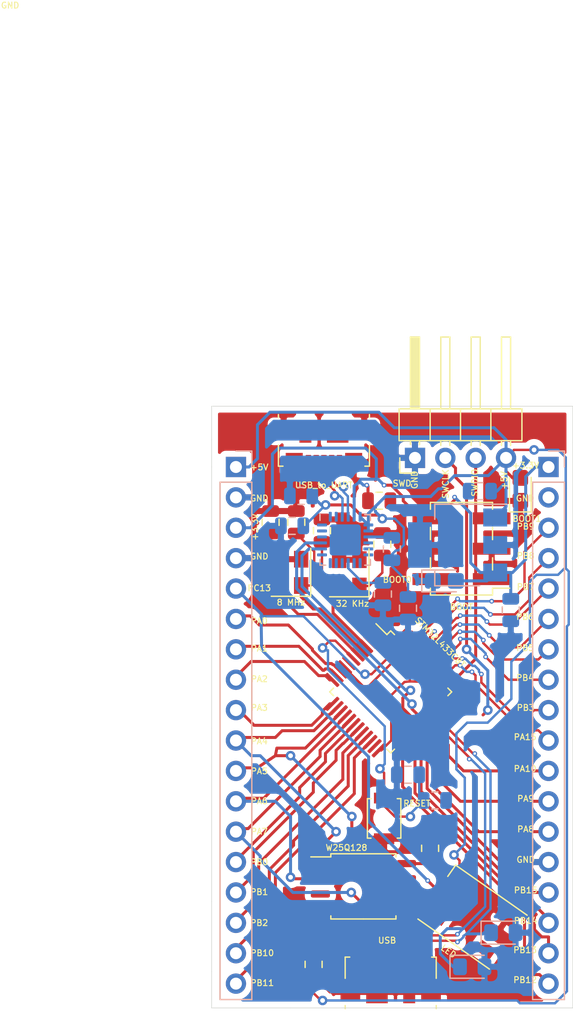
<source format=kicad_pcb>
(kicad_pcb (version 20171130) (host pcbnew "(5.1.5)-3")
  (layers (0 F.Cu signal) (31 B.Cu signal) (34 B.Paste user) (35 F.Paste user) (36 B.SilkS user) (37 F.SilkS user) (38 B.Mask user) (39 F.Mask user) (44 Edge.Cuts user))
  (net 0 "")
  (net 1 GND)
  (net 2 +5V)
  (net 3 +3V3)
  (net 4 /OSC8_IN)
  (net 5 /OSC8_OUT)
  (net 6 /OSC32_IN)
  (net 7 /OSC32_OUT)
  (net 8 /NRST)
  (net 9 /PA9)
  (net 10 /PA10)
  (net 11 /PC13)
  (net 12 "Net-(D5-Pad1)")
  (net 13 "Net-(J1-Pad4)")
  (net 14 "Net-(J1-Pad1)")
  (net 15 /PB12)
  (net 16 /PB13)
  (net 17 /PB14)
  (net 18 /PB15)
  (net 19 /PB0)
  (net 20 /PA8)
  (net 21 /PA15)
  (net 22 /PB3)
  (net 23 /PB4)
  (net 24 /PB5)
  (net 25 /PB6)
  (net 26 /PB7)
  (net 27 /PB8)
  (net 28 /PB9)
  (net 29 /PA0)
  (net 30 /PA1)
  (net 31 /PA2)
  (net 32 /PA3)
  (net 33 /PA4)
  (net 34 /PA5)
  (net 35 /PA6)
  (net 36 /PA7)
  (net 37 /PB1)
  (net 38 /PB2)
  (net 39 /PB10)
  (net 40 /PB11)
  (net 41 /BOOT0)
  (net 42 "Net-(J4-Pad5)")
  (net 43 /PA13)
  (net 44 /PA14)
  (net 45 "Net-(J7-Pad4)")
  (net 46 "Net-(R1-Pad1)")
  (net 47 "Net-(R2-Pad1)")
  (net 48 "Net-(U2-Pad1)")
  (net 49 "Net-(U2-Pad10)")
  (net 50 "Net-(U2-Pad11)")
  (net 51 "Net-(U2-Pad12)")
  (net 52 "Net-(U2-Pad13)")
  (net 53 "Net-(U2-Pad14)")
  (net 54 "Net-(U2-Pad16)")
  (net 55 "Net-(U2-Pad17)")
  (net 56 "Net-(U2-Pad18)")
  (net 57 "Net-(U2-Pad19)")
  (net 58 "Net-(U2-Pad22)")
  (net 59 "Net-(U2-Pad23)")
  (net 60 "Net-(U2-Pad24)")
  (net 61 "Net-(U3-Pad3)")
  (net 62 "Net-(U3-Pad7)")
  (net 63 /D+)
  (net 64 /D-)
  (module Capacitor_SMD:C_0805_2012Metric (layer B.Cu) (at 195.25 61.3375 270)
    (fp_text reference C1 hide)
    (fp_text value C_Small)
    (pad 2 smd roundrect (at 0.9375 0 270) (size 0.975 1.4) (layers B.Cu B.Paste B.Mask) (net 1 GND))
    (pad 1 smd roundrect (at -0.9375 0 270) (size 0.975 1.4) (layers B.Cu B.Paste B.Mask) (net 2 +5V))
  )
  (module Capacitor_SMD:C_0805_2012Metric (layer B.Cu) (at 185.55 54.45)
    (fp_text reference C2 hide)
    (fp_text value C_Small)
    (pad 1 smd roundrect (at -0.9375 0) (size 0.975 1.4) (layers B.Cu B.Paste B.Mask) (net 1 GND))
    (pad 2 smd roundrect (at 0.9375 0) (size 0.975 1.4) (layers B.Cu B.Paste B.Mask) (net 2 +5V))
  )
  (module Capacitor_SMD:C_0805_2012Metric (layer B.Cu) (at 186.3 51.95 180)
    (fp_text reference C3 hide)
    (fp_text value C_Small)
    (pad 1 smd roundrect (at -0.9375 0 180) (size 0.975 1.4) (layers B.Cu B.Paste B.Mask) (net 2 +5V))
    (pad 2 smd roundrect (at 0.9375 0 180) (size 0.975 1.4) (layers B.Cu B.Paste B.Mask) (net 1 GND))
  )
  (module Capacitor_SMD:C_0805_2012Metric (layer F.Cu) (at 192.8375 52.35 180)
    (fp_text reference C4 hide)
    (fp_text value C_Small)
    (pad 2 smd roundrect (at 0.9375 0 180) (size 0.975 1.4) (layers F.Cu F.Paste F.Mask) (net 3 +3V3))
    (pad 1 smd roundrect (at -0.9375 0 180) (size 0.975 1.4) (layers F.Cu F.Paste F.Mask) (net 1 GND))
  )
  (module Capacitor_SMD:C_0805_2012Metric (layer B.Cu) (at 201.2625 51.55 180)
    (fp_text reference C5 hide)
    (fp_text value C_Small)
    (pad 1 smd roundrect (at -0.9375 0 180) (size 0.975 1.4) (layers B.Cu B.Paste B.Mask) (net 2 +5V))
    (pad 2 smd roundrect (at 0.9375 0 180) (size 0.975 1.4) (layers B.Cu B.Paste B.Mask) (net 1 GND))
  )
  (module Capacitor_SMD:C_0805_2012Metric (layer F.Cu) (at 197.1 81.4 90)
    (fp_text reference C6 hide)
    (fp_text value C_Small)
    (pad 2 smd roundrect (at 0.9375 0 90) (size 0.975 1.4) (layers F.Cu F.Paste F.Mask) (net 1 GND))
    (pad 1 smd roundrect (at -0.9375 0 90) (size 0.975 1.4) (layers F.Cu F.Paste F.Mask) (net 3 +3V3))
  )
  (module Capacitor_SMD:C_0805_2012Metric (layer B.Cu) (at 203.85 61.4875 270)
    (fp_text reference C8 hide)
    (fp_text value C_Small)
    (pad 2 smd roundrect (at 0.9375 0 270) (size 0.975 1.4) (layers B.Cu B.Paste B.Mask) (net 1 GND))
    (pad 1 smd roundrect (at -0.9375 0 270) (size 0.975 1.4) (layers B.Cu B.Paste B.Mask) (net 3 +3V3))
  )
  (module Capacitor_SMD:C_0805_2012Metric (layer F.Cu) (at 183.75 54.15 90)
    (fp_text reference C9 hide)
    (fp_text value C_Small)
    (pad 1 smd roundrect (at -0.9375 0 90) (size 0.975 1.4) (layers F.Cu F.Paste F.Mask) (net 5 /OSC8_OUT))
    (pad 2 smd roundrect (at 0.9375 0 90) (size 0.975 1.4) (layers F.Cu F.Paste F.Mask) (net 1 GND))
  )
  (module Capacitor_SMD:C_0805_2012Metric (layer F.Cu) (at 185.9 54.15 90)
    (fp_text reference C10 hide)
    (fp_text value C_Small)
    (pad 1 smd roundrect (at -0.9375 0 90) (size 0.975 1.4) (layers F.Cu F.Paste F.Mask) (net 4 /OSC8_IN))
    (pad 2 smd roundrect (at 0.9375 0 90) (size 0.975 1.4) (layers F.Cu F.Paste F.Mask) (net 1 GND))
  )
  (module Capacitor_SMD:C_0805_2012Metric (layer F.Cu) (at 188.05 54.85 90)
    (fp_text reference C11 hide)
    (fp_text value C_Small)
    (pad 2 smd roundrect (at 0.9375 0 90) (size 0.975 1.4) (layers F.Cu F.Paste F.Mask) (net 1 GND))
    (pad 1 smd roundrect (at -0.9375 0 90) (size 0.975 1.4) (layers F.Cu F.Paste F.Mask) (net 7 /OSC32_OUT))
  )
  (module Capacitor_SMD:C_0805_2012Metric (layer F.Cu) (at 193.1 55.9875 90)
    (fp_text reference C12 hide)
    (fp_text value C_Small)
    (pad 1 smd roundrect (at -0.9375 0 90) (size 0.975 1.4) (layers F.Cu F.Paste F.Mask) (net 6 /OSC32_IN))
    (pad 2 smd roundrect (at 0.9375 0 90) (size 0.975 1.4) (layers F.Cu F.Paste F.Mask) (net 1 GND))
  )
  (module Capacitor_SMD:C_0805_2012Metric (layer B.Cu) (at 195.25 75.25)
    (fp_text reference C13 hide)
    (fp_text value C_Small)
    (pad 2 smd roundrect (at 0.9375 0) (size 0.975 1.4) (layers B.Cu B.Paste B.Mask) (net 8 /NRST))
    (pad 1 smd roundrect (at -0.9375 0) (size 0.975 1.4) (layers B.Cu B.Paste B.Mask) (net 1 GND))
  )
  (module Capacitor_SMD:C_0805_2012Metric (layer F.Cu) (at 187.35 91.1 270)
    (fp_text reference C14 hide)
    (fp_text value C_Small)
    (pad 2 smd roundrect (at 0.9375 0 270) (size 0.975 1.4) (layers F.Cu F.Paste F.Mask) (net 1 GND))
    (pad 1 smd roundrect (at -0.9375 0 270) (size 0.975 1.4) (layers F.Cu F.Paste F.Mask) (net 1 GND))
  )
  (module LED_SMD:LED_WS2812B_PLCC4_5.0x5.0mm_P3.2mm (layer F.Cu) (at 200.65 87.15 145)
    (fp_text reference LED (at 0 -3.5 145) (layer F.SilkS) (effects (font (size 0.5 0.5) (thickness 0.09))))
    (fp_text value NeoPixel_THT)
    (pad 3 smd rect (at 2.45 1.6 145) (size 1.5 1) (layers F.Cu F.Paste F.Mask) (net 2 +5V))
    (pad 4 smd rect (at 2.45 -1.6 145) (size 1.5 1) (layers F.Cu F.Paste F.Mask) (net 11 /PC13))
    (pad 2 smd rect (at -2.45 1.6 145) (size 1.5 1) (layers F.Cu F.Paste F.Mask) (net 1 GND))
    (pad 1 smd rect (at -2.45 -1.6 145) (size 1.5 1) (layers F.Cu F.Paste F.Mask) (net 12 "Net-(D5-Pad1)"))
  )
  (module Diode_SMD:D_0805_2012Metric_Pad1.15x1.40mm_HandSolder (layer B.Cu) (at 200.625 91.3)
    (fp_text reference D7 hide)
    (fp_text value D_TVS)
    (pad 1 smd roundrect (at -1.025 0) (size 1.15 1.4) (layers B.Cu B.Paste B.Mask) (roundrect_rratio 0.217391) (net 64 /D-))
    (pad 2 smd roundrect (at 1.025 0) (size 1.15 1.4) (layers B.Cu B.Paste B.Mask) (roundrect_rratio 0.217391) (net 1 GND))
  )
  (module Diode_SMD:D_0805_2012Metric_Pad1.15x1.40mm_HandSolder (layer B.Cu) (at 203.225 88.45)
    (fp_text reference D9 hide)
    (fp_text value D_TVS)
    (pad 2 smd roundrect (at 1.025 0) (size 1.15 1.4) (layers B.Cu B.Paste B.Mask) (roundrect_rratio 0.217391) (net 1 GND))
    (pad 1 smd roundrect (at -1.025 0) (size 1.15 1.4) (layers B.Cu B.Paste B.Mask) (roundrect_rratio 0.217391) (net 63 /D+))
  )
  (module LED_SMD:LED_0805_2012Metric_Castellated (layer F.Cu) (at 204.65 51.4 90)
    (fp_text reference D10 hide)
    (fp_text value LED)
    (pad 2 smd roundrect (at 0.9625 0 90) (size 1.325 1.3) (layers F.Cu F.Paste F.Mask) (roundrect_rratio 0.192308) (net 2 +5V))
    (pad 1 smd roundrect (at -0.9625 0 90) (size 1.325 1.3) (layers F.Cu F.Paste F.Mask) (roundrect_rratio 0.192308) (net 1 GND))
  )
  (module LED_SMD:LED_0805_2012Metric_Castellated (layer B.Cu) (at 198.2875 59.05)
    (fp_text reference D12 hide)
    (fp_text value LED)
    (pad 1 smd roundrect (at -0.9625 0) (size 1.325 1.3) (layers B.Cu B.Paste B.Mask) (roundrect_rratio 0.192308) (net 1 GND))
    (pad 2 smd roundrect (at 0.9625 0) (size 1.325 1.3) (layers B.Cu B.Paste B.Mask) (roundrect_rratio 0.192308) (net 3 +3V3))
  )
  (module Connector_USB:USB_Micro-B_Molex_47346-0001 (layer F.Cu) (at 188.214 47.752 180)
    (fp_text reference USB_to_UART (at 0 -3.3 180) (layer F.SilkS) (effects (font (size 0.5 0.5) (thickness 0.09))))
    (fp_text value USB_B_Micro)
    (pad 1 smd rect (at -1.3 -1.46 180) (size 0.45 1.38) (layers F.Cu F.Paste F.Mask) (net 14 "Net-(J1-Pad1)"))
    (pad 2 smd rect (at -0.65 -1.46 180) (size 0.45 1.38) (layers F.Cu F.Paste F.Mask) (net 64 /D-))
    (pad 3 smd rect (at 0 -1.46 180) (size 0.45 1.38) (layers F.Cu F.Paste F.Mask) (net 63 /D+))
    (pad 4 smd rect (at 0.65 -1.46 180) (size 0.45 1.38) (layers F.Cu F.Paste F.Mask) (net 13 "Net-(J1-Pad4)"))
    (pad 5 smd rect (at 1.3 -1.46 180) (size 0.45 1.38) (layers F.Cu F.Paste F.Mask) (net 1 GND))
    (pad 6 smd rect (at -2.4875 -1.375 180) (size 1.425 1.55) (layers F.Cu F.Paste F.Mask) (net 1 GND))
    (pad 6 smd rect (at 2.4875 -1.375 180) (size 1.425 1.55) (layers F.Cu F.Paste F.Mask) (net 1 GND))
    (pad 6 smd rect (at -3.375 1.2 180) (size 1.65 1.3) (layers F.Cu F.Paste F.Mask) (net 1 GND))
    (pad 6 smd rect (at 3.375 1.2 180) (size 1.65 1.3) (layers F.Cu F.Paste F.Mask) (net 1 GND))
    (pad 6 smd rect (at -1.15 1.2 180) (size 1.8 1.9) (layers F.Cu F.Paste F.Mask) (net 1 GND))
    (pad 6 smd rect (at 1.55 1.2 180) (size 1 1.9) (layers F.Cu F.Paste F.Mask) (net 1 GND))
  )
  (module Connector_PinHeader_2.54mm:PinHeader_1x18_P2.54mm_Vertical (layer B.Cu) (at 207.01 49.53 180)
    (fp_text reference J2 hide)
    (fp_text value Conn_01x18_Male)
    (pad 1 thru_hole rect (at 0 0 180) (size 1.7 1.7) (drill 1) (layers *.Cu *.Mask) (net 3 +3V3))
    (pad 2 thru_hole oval (at 0 -2.54 180) (size 1.7 1.7) (drill 1) (layers *.Cu *.Mask) (net 1 GND))
    (pad 3 thru_hole oval (at 0 -5.08 180) (size 1.7 1.7) (drill 1) (layers *.Cu *.Mask) (net 28 /PB9))
    (pad 4 thru_hole oval (at 0 -7.62 180) (size 1.7 1.7) (drill 1) (layers *.Cu *.Mask) (net 27 /PB8))
    (pad 5 thru_hole oval (at 0 -10.16 180) (size 1.7 1.7) (drill 1) (layers *.Cu *.Mask) (net 26 /PB7))
    (pad 6 thru_hole oval (at 0 -12.7 180) (size 1.7 1.7) (drill 1) (layers *.Cu *.Mask) (net 25 /PB6))
    (pad 7 thru_hole oval (at 0 -15.24 180) (size 1.7 1.7) (drill 1) (layers *.Cu *.Mask) (net 24 /PB5))
    (pad 8 thru_hole oval (at 0 -17.78 180) (size 1.7 1.7) (drill 1) (layers *.Cu *.Mask) (net 23 /PB4))
    (pad 9 thru_hole oval (at 0 -20.32 180) (size 1.7 1.7) (drill 1) (layers *.Cu *.Mask) (net 22 /PB3))
    (pad 10 thru_hole oval (at 0 -22.86 180) (size 1.7 1.7) (drill 1) (layers *.Cu *.Mask) (net 21 /PA15))
    (pad 11 thru_hole oval (at 0 -25.4 180) (size 1.7 1.7) (drill 1) (layers *.Cu *.Mask) (net 10 /PA10))
    (pad 12 thru_hole oval (at 0 -27.94 180) (size 1.7 1.7) (drill 1) (layers *.Cu *.Mask) (net 9 /PA9))
    (pad 13 thru_hole oval (at 0 -30.48 180) (size 1.7 1.7) (drill 1) (layers *.Cu *.Mask) (net 20 /PA8))
    (pad 14 thru_hole oval (at 0 -33.02 180) (size 1.7 1.7) (drill 1) (layers *.Cu *.Mask) (net 1 GND))
    (pad 15 thru_hole oval (at 0 -35.56 180) (size 1.7 1.7) (drill 1) (layers *.Cu *.Mask) (net 18 /PB15))
    (pad 16 thru_hole oval (at 0 -38.1 180) (size 1.7 1.7) (drill 1) (layers *.Cu *.Mask) (net 17 /PB14))
    (pad 17 thru_hole oval (at 0 -40.64 180) (size 1.7 1.7) (drill 1) (layers *.Cu *.Mask) (net 16 /PB13))
    (pad 18 thru_hole oval (at 0 -43.18 180) (size 1.7 1.7) (drill 1) (layers *.Cu *.Mask) (net 15 /PB12))
  )
  (module Connector_PinHeader_2.54mm:PinHeader_1x18_P2.54mm_Vertical (layer B.Cu) (at 180.848 49.53 180)
    (fp_text reference J3 hide)
    (fp_text value Conn_01x18_Male)
    (pad 18 thru_hole oval (at 0 -43.18 180) (size 1.7 1.7) (drill 1) (layers *.Cu *.Mask) (net 40 /PB11))
    (pad 17 thru_hole oval (at 0 -40.64 180) (size 1.7 1.7) (drill 1) (layers *.Cu *.Mask) (net 39 /PB10))
    (pad 16 thru_hole oval (at 0 -38.1 180) (size 1.7 1.7) (drill 1) (layers *.Cu *.Mask) (net 38 /PB2))
    (pad 15 thru_hole oval (at 0 -35.56 180) (size 1.7 1.7) (drill 1) (layers *.Cu *.Mask) (net 37 /PB1))
    (pad 14 thru_hole oval (at 0 -33.02 180) (size 1.7 1.7) (drill 1) (layers *.Cu *.Mask) (net 19 /PB0))
    (pad 13 thru_hole oval (at 0 -30.48 180) (size 1.7 1.7) (drill 1) (layers *.Cu *.Mask) (net 36 /PA7))
    (pad 12 thru_hole oval (at 0 -27.94 180) (size 1.7 1.7) (drill 1) (layers *.Cu *.Mask) (net 35 /PA6))
    (pad 11 thru_hole oval (at 0 -25.4 180) (size 1.7 1.7) (drill 1) (layers *.Cu *.Mask) (net 34 /PA5))
    (pad 10 thru_hole oval (at 0 -22.86 180) (size 1.7 1.7) (drill 1) (layers *.Cu *.Mask) (net 33 /PA4))
    (pad 9 thru_hole oval (at 0 -20.32 180) (size 1.7 1.7) (drill 1) (layers *.Cu *.Mask) (net 32 /PA3))
    (pad 8 thru_hole oval (at 0 -17.78 180) (size 1.7 1.7) (drill 1) (layers *.Cu *.Mask) (net 31 /PA2))
    (pad 7 thru_hole oval (at 0 -15.24 180) (size 1.7 1.7) (drill 1) (layers *.Cu *.Mask) (net 30 /PA1))
    (pad 6 thru_hole oval (at 0 -12.7 180) (size 1.7 1.7) (drill 1) (layers *.Cu *.Mask) (net 29 /PA0))
    (pad 5 thru_hole oval (at 0 -10.16 180) (size 1.7 1.7) (drill 1) (layers *.Cu *.Mask) (net 11 /PC13))
    (pad 4 thru_hole oval (at 0 -7.62 180) (size 1.7 1.7) (drill 1) (layers *.Cu *.Mask) (net 1 GND))
    (pad 3 thru_hole oval (at 0 -5.08 180) (size 1.7 1.7) (drill 1) (layers *.Cu *.Mask) (net 3 +3V3))
    (pad 2 thru_hole oval (at 0 -2.54 180) (size 1.7 1.7) (drill 1) (layers *.Cu *.Mask) (net 1 GND))
    (pad 1 thru_hole rect (at 0 0 180) (size 1.7 1.7) (drill 1) (layers *.Cu *.Mask) (net 2 +5V))
  )
  (module Connector_PinHeader_2.54mm:PinHeader_2x03_P2.54mm_Vertical_SMD (layer F.Cu) (at 199.725 56.36 180)
    (fp_text reference BOOT (at 0 -4.87) (layer F.SilkS) (effects (font (size 0.5 0.5) (thickness 0.09))))
    (fp_text value Conn_02x03_Counter_Clockwise)
    (pad 1 smd rect (at -2.525 -2.54 180) (size 3.15 1) (layers F.Cu F.Paste F.Mask) (net 3 +3V3))
    (pad 2 smd rect (at 2.525 -2.54 180) (size 3.15 1) (layers F.Cu F.Paste F.Mask) (net 41 /BOOT0))
    (pad 3 smd rect (at -2.525 0 180) (size 3.15 1) (layers F.Cu F.Paste F.Mask) (net 1 GND))
    (pad 4 smd rect (at 2.525 0 180) (size 3.15 1) (layers F.Cu F.Paste F.Mask) (net 1 GND))
    (pad 5 smd rect (at -2.525 2.54 180) (size 3.15 1) (layers F.Cu F.Paste F.Mask) (net 42 "Net-(J4-Pad5)"))
    (pad 6 smd rect (at 2.525 2.54 180) (size 3.15 1) (layers F.Cu F.Paste F.Mask) (net 3 +3V3))
  )
  (module Connector_PinHeader_2.54mm:PinHeader_1x04_P2.54mm_Horizontal (layer F.Cu) (at 195.834 48.768 90)
    (fp_text reference SWD (at -2.132 -1.084 180) (layer F.SilkS) (effects (font (size 0.5 0.5) (thickness 0.09))))
    (fp_text value Conn_01x04_Male)
    (pad 1 thru_hole rect (at 0 0 90) (size 1.7 1.7) (drill 1) (layers *.Cu *.Mask) (net 1 GND))
    (pad 2 thru_hole oval (at 0 2.54 90) (size 1.7 1.7) (drill 1) (layers *.Cu *.Mask) (net 43 /PA13))
    (pad 3 thru_hole oval (at 0 5.08 90) (size 1.7 1.7) (drill 1) (layers *.Cu *.Mask) (net 44 /PA14))
    (pad 4 thru_hole oval (at 0 7.62 90) (size 1.7 1.7) (drill 1) (layers *.Cu *.Mask) (net 2 +5V))
  )
  (module Connector_USB:USB_Micro-B_Molex_47346-0001 (layer F.Cu) (at 193.802 92.202)
    (fp_text reference J7 hide)
    (fp_text value USB_B_Micro)
    (pad 6 smd rect (at 1.55 1.2) (size 1 1.9) (layers F.Cu F.Paste F.Mask) (net 1 GND))
    (pad 6 smd rect (at -1.15 1.2) (size 1.8 1.9) (layers F.Cu F.Paste F.Mask) (net 1 GND))
    (pad 6 smd rect (at 3.375 1.2) (size 1.65 1.3) (layers F.Cu F.Paste F.Mask) (net 1 GND))
    (pad 6 smd rect (at -3.375 1.2) (size 1.65 1.3) (layers F.Cu F.Paste F.Mask) (net 1 GND))
    (pad 6 smd rect (at 2.4875 -1.375) (size 1.425 1.55) (layers F.Cu F.Paste F.Mask) (net 1 GND))
    (pad 6 smd rect (at -2.4875 -1.375) (size 1.425 1.55) (layers F.Cu F.Paste F.Mask) (net 1 GND))
    (pad 5 smd rect (at 1.3 -1.46) (size 0.45 1.38) (layers F.Cu F.Paste F.Mask) (net 1 GND))
    (pad 4 smd rect (at 0.65 -1.46) (size 0.45 1.38) (layers F.Cu F.Paste F.Mask) (net 45 "Net-(J7-Pad4)"))
    (pad 3 smd rect (at 0 -1.46) (size 0.45 1.38) (layers F.Cu F.Paste F.Mask) (net 63 /D+))
    (pad 2 smd rect (at -0.65 -1.46) (size 0.45 1.38) (layers F.Cu F.Paste F.Mask) (net 64 /D-))
    (pad 1 smd rect (at -1.3 -1.46) (size 0.45 1.38) (layers F.Cu F.Paste F.Mask) (net 2 +5V))
  )
  (module Resistor_SMD:R_0805_2012Metric (layer B.Cu) (at 193.9 56.3875 270)
    (fp_text reference R1 hide)
    (fp_text value R_Small)
    (pad 1 smd roundrect (at -0.9375 0 270) (size 0.975 1.4) (layers B.Cu B.Paste B.Mask) (net 46 "Net-(R1-Pad1)"))
    (pad 2 smd roundrect (at 0.9375 0 270) (size 0.975 1.4) (layers B.Cu B.Paste B.Mask) (net 2 +5V))
  )
  (module Resistor_SMD:R_0805_2012Metric (layer B.Cu) (at 193.15 60.15 270)
    (fp_text reference R2 hide)
    (fp_text value R_Small)
    (pad 2 smd roundrect (at 0.9375 0 270) (size 0.975 1.4) (layers B.Cu B.Paste B.Mask) (net 1 GND))
    (pad 1 smd roundrect (at -0.9375 0 270) (size 0.975 1.4) (layers B.Cu B.Paste B.Mask) (net 47 "Net-(R2-Pad1)"))
  )
  (module Resistor_SMD:R_0805_2012Metric (layer B.Cu) (at 197.5 77.4 180)
    (fp_text reference R3 hide)
    (fp_text value R_Small)
    (pad 1 smd roundrect (at -0.9375 0 180) (size 0.975 1.4) (layers B.Cu B.Paste B.Mask) (net 3 +3V3))
    (pad 2 smd roundrect (at 0.9375 0 180) (size 0.975 1.4) (layers B.Cu B.Paste B.Mask) (net 8 /NRST))
  )
  (module Button_Switch_SMD:SW_SPST_B3U-1000P-B (layer F.Cu) (at 193.25 78.9 270)
    (fp_text reference RESET (at -1.25 -2.75 180) (layer F.SilkS) (effects (font (size 0.5 0.5) (thickness 0.09))))
    (fp_text value SW_DIP_x01)
    (pad 1 smd rect (at -1.7 0 270) (size 0.9 1.7) (layers F.Cu F.Paste F.Mask) (net 8 /NRST))
    (pad 2 smd rect (at 1.7 0 270) (size 0.9 1.7) (layers F.Cu F.Paste F.Mask) (net 1 GND))
    (pad "" np_thru_hole circle (at 0 0 270) (size 0.8 0.8) (drill 0.8) (layers *.Cu *.Mask))
  )
  (module Package_QFP:LQFP-48_7x7mm_P0.5mm (layer F.Cu) (at 193.802 68.326 315)
    (fp_text reference STM32L433CBT (at 0 -5.85 135) (layer F.SilkS) (effects (font (size 0.5 0.5) (thickness 0.09))))
    (fp_text value STM32L433CBTx)
    (pad 1 smd roundrect (at -4.1625 -2.75 315) (size 1.475 0.3) (layers F.Cu F.Paste F.Mask) (net 3 +3V3))
    (pad 2 smd roundrect (at -4.1625 -2.25 315) (size 1.475 0.3) (layers F.Cu F.Paste F.Mask) (net 11 /PC13))
    (pad 3 smd roundrect (at -4.1625 -1.75 315) (size 1.475 0.3) (layers F.Cu F.Paste F.Mask) (net 6 /OSC32_IN))
    (pad 4 smd roundrect (at -4.1625 -1.25 315) (size 1.475 0.3) (layers F.Cu F.Paste F.Mask) (net 7 /OSC32_OUT))
    (pad 5 smd roundrect (at -4.1625 -0.75 315) (size 1.475 0.3) (layers F.Cu F.Paste F.Mask) (net 4 /OSC8_IN))
    (pad 6 smd roundrect (at -4.1625 -0.25 315) (size 1.475 0.3) (layers F.Cu F.Paste F.Mask) (net 5 /OSC8_OUT))
    (pad 7 smd roundrect (at -4.1625 0.25 315) (size 1.475 0.3) (layers F.Cu F.Paste F.Mask) (net 8 /NRST))
    (pad 8 smd roundrect (at -4.1625 0.75 315) (size 1.475 0.3) (layers F.Cu F.Paste F.Mask) (net 1 GND))
    (pad 9 smd roundrect (at -4.1625 1.25 315) (size 1.475 0.3) (layers F.Cu F.Paste F.Mask) (net 3 +3V3))
    (pad 10 smd roundrect (at -4.1625 1.75 315) (size 1.475 0.3) (layers F.Cu F.Paste F.Mask) (net 29 /PA0))
    (pad 11 smd roundrect (at -4.1625 2.25 315) (size 1.475 0.3) (layers F.Cu F.Paste F.Mask) (net 30 /PA1))
    (pad 12 smd roundrect (at -4.1625 2.75 315) (size 1.475 0.3) (layers F.Cu F.Paste F.Mask) (net 31 /PA2))
    (pad 13 smd roundrect (at -2.75 4.1625 315) (size 0.3 1.475) (layers F.Cu F.Paste F.Mask) (net 32 /PA3))
    (pad 14 smd roundrect (at -2.25 4.1625 315) (size 0.3 1.475) (layers F.Cu F.Paste F.Mask) (net 33 /PA4))
    (pad 15 smd roundrect (at -1.75 4.1625 315) (size 0.3 1.475) (layers F.Cu F.Paste F.Mask) (net 34 /PA5))
    (pad 16 smd roundrect (at -1.25 4.1625 315) (size 0.3 1.475) (layers F.Cu F.Paste F.Mask) (net 35 /PA6))
    (pad 17 smd roundrect (at -0.75 4.1625 315) (size 0.3 1.475) (layers F.Cu F.Paste F.Mask) (net 36 /PA7))
    (pad 18 smd roundrect (at -0.25 4.1625 315) (size 0.3 1.475) (layers F.Cu F.Paste F.Mask) (net 19 /PB0))
    (pad 19 smd roundrect (at 0.25 4.1625 315) (size 0.3 1.475) (layers F.Cu F.Paste F.Mask) (net 37 /PB1))
    (pad 20 smd roundrect (at 0.75 4.1625 315) (size 0.3 1.475) (layers F.Cu F.Paste F.Mask) (net 38 /PB2))
    (pad 21 smd roundrect (at 1.25 4.1625 315) (size 0.3 1.475) (layers F.Cu F.Paste F.Mask) (net 39 /PB10))
    (pad 22 smd roundrect (at 1.75 4.1625 315) (size 0.3 1.475) (layers F.Cu F.Paste F.Mask) (net 40 /PB11))
    (pad 23 smd roundrect (at 2.25 4.1625 315) (size 0.3 1.475) (layers F.Cu F.Paste F.Mask) (net 1 GND))
    (pad 24 smd roundrect (at 2.75 4.1625 315) (size 0.3 1.475) (layers F.Cu F.Paste F.Mask) (net 3 +3V3))
    (pad 25 smd roundrect (at 4.1625 2.75 315) (size 1.475 0.3) (layers F.Cu F.Paste F.Mask) (net 15 /PB12))
    (pad 26 smd roundrect (at 4.1625 2.25 315) (size 1.475 0.3) (layers F.Cu F.Paste F.Mask) (net 16 /PB13))
    (pad 27 smd roundrect (at 4.1625 1.75 315) (size 1.475 0.3) (layers F.Cu F.Paste F.Mask) (net 17 /PB14))
    (pad 28 smd roundrect (at 4.1625 1.25 315) (size 1.475 0.3) (layers F.Cu F.Paste F.Mask) (net 18 /PB15))
    (pad 29 smd roundrect (at 4.1625 0.75 315) (size 1.475 0.3) (layers F.Cu F.Paste F.Mask) (net 20 /PA8))
    (pad 30 smd roundrect (at 4.1625 0.25 315) (size 1.475 0.3) (layers F.Cu F.Paste F.Mask) (net 9 /PA9))
    (pad 31 smd roundrect (at 4.1625 -0.25 315) (size 1.475 0.3) (layers F.Cu F.Paste F.Mask) (net 10 /PA10))
    (pad 32 smd roundrect (at 4.1625 -0.75 315) (size 1.475 0.3) (layers F.Cu F.Paste F.Mask) (net 64 /D-))
    (pad 33 smd roundrect (at 4.1625 -1.25 315) (size 1.475 0.3) (layers F.Cu F.Paste F.Mask) (net 63 /D+))
    (pad 34 smd roundrect (at 4.1625 -1.75 315) (size 1.475 0.3) (layers F.Cu F.Paste F.Mask) (net 43 /PA13))
    (pad 35 smd roundrect (at 4.1625 -2.25 315) (size 1.475 0.3) (layers F.Cu F.Paste F.Mask) (net 1 GND))
    (pad 36 smd roundrect (at 4.1625 -2.75 315) (size 1.475 0.3) (layers F.Cu F.Paste F.Mask) (net 3 +3V3))
    (pad 37 smd roundrect (at 2.75 -4.1625 315) (size 0.3 1.475) (layers F.Cu F.Paste F.Mask) (net 44 /PA14))
    (pad 38 smd roundrect (at 2.25 -4.1625 315) (size 0.3 1.475) (layers F.Cu F.Paste F.Mask) (net 21 /PA15))
    (pad 39 smd roundrect (at 1.75 -4.1625 315) (size 0.3 1.475) (layers F.Cu F.Paste F.Mask) (net 22 /PB3))
    (pad 40 smd roundrect (at 1.25 -4.1625 315) (size 0.3 1.475) (layers F.Cu F.Paste F.Mask) (net 23 /PB4))
    (pad 41 smd roundrect (at 0.75 -4.1625 315) (size 0.3 1.475) (layers F.Cu F.Paste F.Mask) (net 24 /PB5))
    (pad 42 smd roundrect (at 0.25 -4.1625 315) (size 0.3 1.475) (layers F.Cu F.Paste F.Mask) (net 25 /PB6))
    (pad 43 smd roundrect (at -0.25 -4.1625 315) (size 0.3 1.475) (layers F.Cu F.Paste F.Mask) (net 26 /PB7))
    (pad 44 smd roundrect (at -0.75 -4.1625 315) (size 0.3 1.475) (layers F.Cu F.Paste F.Mask) (net 41 /BOOT0))
    (pad 45 smd roundrect (at -1.25 -4.1625 315) (size 0.3 1.475) (layers F.Cu F.Paste F.Mask) (net 27 /PB8))
    (pad 46 smd roundrect (at -1.75 -4.1625 315) (size 0.3 1.475) (layers F.Cu F.Paste F.Mask) (net 28 /PB9))
    (pad 47 smd roundrect (at -2.25 -4.1625 315) (size 0.3 1.475) (layers F.Cu F.Paste F.Mask) (net 1 GND))
    (pad 48 smd roundrect (at -2.75 -4.1625 315) (size 0.3 1.475) (layers F.Cu F.Paste F.Mask) (net 3 +3V3))
  )
  (module Package_DFN_QFN:QFN-24-1EP_4x4mm_P0.5mm_EP2.6x2.6mm (layer B.Cu) (at 189.992 55.626 270)
    (fp_text reference U2 hide)
    (fp_text value CP2102N-A01-GQFN24)
    (pad 25 smd roundrect (at 0 0 270) (size 2.6 2.6) (layers B.Cu B.Mask) (roundrect_rratio 0.096154) (net 1 GND))
    (pad 1 smd roundrect (at -1.9375 1.25 270) (size 0.825 0.25) (layers B.Cu B.Paste B.Mask) (net 48 "Net-(U2-Pad1)"))
    (pad 2 smd roundrect (at -1.9375 0.75 270) (size 0.825 0.25) (layers B.Cu B.Paste B.Mask) (net 1 GND))
    (pad 3 smd roundrect (at -1.9375 0.25 270) (size 0.825 0.25) (layers B.Cu B.Paste B.Mask) (net 63 /D+))
    (pad 4 smd roundrect (at -1.9375 -0.25 270) (size 0.825 0.25) (layers B.Cu B.Paste B.Mask) (net 64 /D-))
    (pad 5 smd roundrect (at -1.9375 -0.75 270) (size 0.825 0.25) (layers B.Cu B.Paste B.Mask) (net 3 +3V3))
    (pad 6 smd roundrect (at -1.9375 -1.25 270) (size 0.825 0.25) (layers B.Cu B.Paste B.Mask) (net 2 +5V))
    (pad 7 smd roundrect (at -1.25 -1.9375 270) (size 0.25 0.825) (layers B.Cu B.Paste B.Mask) (net 2 +5V))
    (pad 8 smd roundrect (at -0.75 -1.9375 270) (size 0.25 0.825) (layers B.Cu B.Paste B.Mask) (net 2 +5V))
    (pad 9 smd roundrect (at -0.25 -1.9375 270) (size 0.25 0.825) (layers B.Cu B.Paste B.Mask) (net 46 "Net-(R1-Pad1)"))
    (pad 10 smd roundrect (at 0.25 -1.9375 270) (size 0.25 0.825) (layers B.Cu B.Paste B.Mask) (net 49 "Net-(U2-Pad10)"))
    (pad 11 smd roundrect (at 0.75 -1.9375 270) (size 0.25 0.825) (layers B.Cu B.Paste B.Mask) (net 50 "Net-(U2-Pad11)"))
    (pad 12 smd roundrect (at 1.25 -1.9375 270) (size 0.25 0.825) (layers B.Cu B.Paste B.Mask) (net 51 "Net-(U2-Pad12)"))
    (pad 13 smd roundrect (at 1.9375 -1.25 270) (size 0.825 0.25) (layers B.Cu B.Paste B.Mask) (net 52 "Net-(U2-Pad13)"))
    (pad 14 smd roundrect (at 1.9375 -0.75 270) (size 0.825 0.25) (layers B.Cu B.Paste B.Mask) (net 53 "Net-(U2-Pad14)"))
    (pad 15 smd roundrect (at 1.9375 -0.25 270) (size 0.825 0.25) (layers B.Cu B.Paste B.Mask) (net 47 "Net-(R2-Pad1)"))
    (pad 16 smd roundrect (at 1.9375 0.25 270) (size 0.825 0.25) (layers B.Cu B.Paste B.Mask) (net 54 "Net-(U2-Pad16)"))
    (pad 17 smd roundrect (at 1.9375 0.75 270) (size 0.825 0.25) (layers B.Cu B.Paste B.Mask) (net 55 "Net-(U2-Pad17)"))
    (pad 18 smd roundrect (at 1.9375 1.25 270) (size 0.825 0.25) (layers B.Cu B.Paste B.Mask) (net 56 "Net-(U2-Pad18)"))
    (pad 19 smd roundrect (at 1.25 1.9375 270) (size 0.25 0.825) (layers B.Cu B.Paste B.Mask) (net 57 "Net-(U2-Pad19)"))
    (pad 20 smd roundrect (at 0.75 1.9375 270) (size 0.25 0.825) (layers B.Cu B.Paste B.Mask) (net 9 /PA9))
    (pad 21 smd roundrect (at 0.25 1.9375 270) (size 0.25 0.825) (layers B.Cu B.Paste B.Mask) (net 10 /PA10))
    (pad 22 smd roundrect (at -0.25 1.9375 270) (size 0.25 0.825) (layers B.Cu B.Paste B.Mask) (net 58 "Net-(U2-Pad22)"))
    (pad 23 smd roundrect (at -0.75 1.9375 270) (size 0.25 0.825) (layers B.Cu B.Paste B.Mask) (net 59 "Net-(U2-Pad23)"))
    (pad 24 smd roundrect (at -1.25 1.9375 270) (size 0.25 0.825) (layers B.Cu B.Paste B.Mask) (net 60 "Net-(U2-Pad24)"))
  )
  (module Package_SO:SOIC-8_5.23x5.23mm_P1.27mm (layer F.Cu) (at 191.516 84.582)
    (fp_text reference W25Q128 (at -1.416 -3.232) (layer F.SilkS) (effects (font (size 0.5 0.5) (thickness 0.09))))
    (fp_text value W25Q128JVS)
    (pad 1 smd roundrect (at -3.6 -1.905) (size 1.6 0.6) (layers F.Cu F.Paste F.Mask) (net 33 /PA4))
    (pad 2 smd roundrect (at -3.6 -0.635) (size 1.6 0.6) (layers F.Cu F.Paste F.Mask) (net 35 /PA6))
    (pad 3 smd roundrect (at -3.6 0.635) (size 1.6 0.6) (layers F.Cu F.Paste F.Mask) (net 61 "Net-(U3-Pad3)"))
    (pad 4 smd roundrect (at -3.6 1.905) (size 1.6 0.6) (layers F.Cu F.Paste F.Mask) (net 1 GND))
    (pad 5 smd roundrect (at 3.6 1.905) (size 1.6 0.6) (layers F.Cu F.Paste F.Mask) (net 36 /PA7))
    (pad 6 smd roundrect (at 3.6 0.635) (size 1.6 0.6) (layers F.Cu F.Paste F.Mask) (net 34 /PA5))
    (pad 7 smd roundrect (at 3.6 -0.635) (size 1.6 0.6) (layers F.Cu F.Paste F.Mask) (net 62 "Net-(U3-Pad7)"))
    (pad 8 smd roundrect (at 3.6 -1.905) (size 1.6 0.6) (layers F.Cu F.Paste F.Mask) (net 3 +3V3))
  )
  (module Package_TO_SOT_SMD:SOT-223-3_TabPin2 (layer B.Cu) (at 199.4 56.05 180)
    (fp_text reference U4 hide)
    (fp_text value LT1963AxST-3.3)
    (pad 2 smd rect (at 3.15 0 180) (size 2 3.8) (layers B.Cu B.Paste B.Mask) (net 1 GND))
    (pad 2 smd rect (at -3.15 0 180) (size 2 1.5) (layers B.Cu B.Paste B.Mask) (net 1 GND))
    (pad 3 smd rect (at -3.15 -2.3 180) (size 2 1.5) (layers B.Cu B.Paste B.Mask) (net 3 +3V3))
    (pad 1 smd rect (at -3.15 2.3 180) (size 2 1.5) (layers B.Cu B.Paste B.Mask) (net 2 +5V))
  )
  (module Crystal:Crystal_SMD_Abracon_ABM8G-4Pin_3.2x2.5mm (layer F.Cu) (at 190.334 58.377 90)
    (fp_text reference Y1 hide)
    (fp_text value Crystal_GND23_Small)
    (pad 1 smd rect (at -1.1 0.85 90) (size 1.4 1.2) (layers F.Cu F.Paste F.Mask) (net 6 /OSC32_IN))
    (pad 2 smd rect (at 1.1 0.85 90) (size 1.4 1.2) (layers F.Cu F.Paste F.Mask) (net 1 GND))
    (pad 3 smd rect (at 1.1 -0.85 90) (size 1.4 1.2) (layers F.Cu F.Paste F.Mask) (net 1 GND))
    (pad 4 smd rect (at -1.1 -0.85 90) (size 1.4 1.2) (layers F.Cu F.Paste F.Mask) (net 7 /OSC32_OUT))
  )
  (module Crystal:Crystal_SMD_Abracon_ABM8G-4Pin_3.2x2.5mm (layer F.Cu) (at 185.459 58.336 90)
    (fp_text reference Y2 hide)
    (fp_text value Crystal_GND23_Small)
    (pad 4 smd rect (at -1.1 -0.85 90) (size 1.4 1.2) (layers F.Cu F.Paste F.Mask) (net 5 /OSC8_OUT))
    (pad 3 smd rect (at 1.1 -0.85 90) (size 1.4 1.2) (layers F.Cu F.Paste F.Mask) (net 1 GND))
    (pad 2 smd rect (at 1.1 0.85 90) (size 1.4 1.2) (layers F.Cu F.Paste F.Mask) (net 1 GND))
    (pad 1 smd rect (at -1.1 0.85 90) (size 1.4 1.2) (layers F.Cu F.Paste F.Mask) (net 4 /OSC8_IN))
  )
  (gr_text BOOT1 (at 205.2 53.85) (layer F.SilkS) (effects (font (size 0.5 0.5) (thickness 0.09))))
  (gr_text BOOT0 (at 194.35 58.95) (layer F.SilkS) (effects (font (size 0.5 0.5) (thickness 0.09))))
  (gr_text "32 KHz" (at 190.6 60.95) (layer F.SilkS) (effects (font (size 0.5 0.5) (thickness 0.09))))
  (gr_text "8 MHz" (at 185.45 60.85) (layer F.SilkS) (effects (font (size 0.5 0.5) (thickness 0.09))))
  (gr_text +5V (at 203.3 50.65 90) (layer F.SilkS) (effects (font (size 0.5 0.5) (thickness 0.09))))
  (gr_text GND (at 195.8 50.6 90) (layer F.SilkS) (effects (font (size 0.5 0.5) (thickness 0.09))))
  (gr_text SWDIO (at 200.85 50.85 90) (layer F.SilkS) (effects (font (size 0.5 0.5) (thickness 0.09))))
  (gr_text SWCLK (at 198.4 50.95 90) (layer F.SilkS) (effects (font (size 0.5 0.5) (thickness 0.09))))
  (gr_text USB (at 193.5 89.1) (layer F.SilkS) (effects (font (size 0.5 0.5) (thickness 0.09))))
  (gr_text +3.3V (at 205.1 49.4) (layer F.SilkS) (effects (font (size 0.5 0.5) (thickness 0.09))))
  (gr_text GND (at 205.05 52.15) (layer F.SilkS) (effects (font (size 0.5 0.5) (thickness 0.09))))
  (gr_text PB9 (at 205.1 54.5) (layer F.SilkS) (effects (font (size 0.5 0.5) (thickness 0.09))))
  (gr_text PB8 (at 205.1 56.95) (layer F.SilkS) (effects (font (size 0.5 0.5) (thickness 0.09))))
  (gr_text PB7 (at 205.1 59.55) (layer F.SilkS) (effects (font (size 0.5 0.5) (thickness 0.09))))
  (gr_text PB6 (at 205.05 62.05) (layer F.SilkS) (effects (font (size 0.5 0.5) (thickness 0.09))))
  (gr_text PB5 (at 205.05 64.65) (layer F.SilkS) (effects (font (size 0.5 0.5) (thickness 0.09))))
  (gr_text "PB4\n" (at 205.05 67.15) (layer F.SilkS) (effects (font (size 0.5 0.5) (thickness 0.09))))
  (gr_text PB3 (at 205.1 69.65) (layer F.SilkS) (effects (font (size 0.5 0.5) (thickness 0.09))))
  (gr_text PA15 (at 205.05 72.1) (layer F.SilkS) (effects (font (size 0.5 0.5) (thickness 0.09))))
  (gr_text "PA10\n" (at 205.05 74.75) (layer F.SilkS) (effects (font (size 0.5 0.5) (thickness 0.09))))
  (gr_text PA9 (at 205.1 77.25) (layer F.SilkS) (effects (font (size 0.5 0.5) (thickness 0.09))))
  (gr_text PA8 (at 205.1 79.8) (layer F.SilkS) (effects (font (size 0.5 0.5) (thickness 0.09))))
  (gr_text GND (at 205.1 82.35) (layer F.SilkS) (effects (font (size 0.5 0.5) (thickness 0.09))))
  (gr_text PB15 (at 205.1 84.9) (layer F.SilkS) (effects (font (size 0.5 0.5) (thickness 0.09))))
  (gr_text PB14 (at 205.1 87.45) (layer F.SilkS) (effects (font (size 0.5 0.5) (thickness 0.09))))
  (gr_text PB13 (at 205.05 89.9) (layer F.SilkS) (effects (font (size 0.5 0.5) (thickness 0.09))))
  (gr_text "PB12\n" (at 205.05 92.4) (layer F.SilkS) (effects (font (size 0.5 0.5) (thickness 0.09))))
  (gr_text GND (at 161.95 10.95) (layer F.SilkS) (effects (font (size 0.5 0.5) (thickness 0.09))))
  (gr_text +5V (at 182.8 49.55) (layer F.SilkS) (effects (font (size 0.5 0.5) (thickness 0.09))))
  (gr_text GND (at 182.8 52.15) (layer F.SilkS) (effects (font (size 0.5 0.5) (thickness 0.09))))
  (gr_text +3.3V (at 182.45 54.55 90) (layer F.SilkS) (effects (font (size 0.5 0.5) (thickness 0.09))))
  (gr_text GND (at 182.8 57) (layer F.SilkS) (effects (font (size 0.5 0.5) (thickness 0.09))))
  (gr_text PC13 (at 182.8 59.65) (layer F.SilkS) (effects (font (size 0.5 0.5) (thickness 0.09))))
  (gr_text PA0 (at 182.8 62.4) (layer F.SilkS) (effects (font (size 0.5 0.5) (thickness 0.09))))
  (gr_text "PA1\n" (at 182.8 64.7) (layer F.SilkS) (effects (font (size 0.5 0.5) (thickness 0.09))))
  (gr_text PA2 (at 182.8 67.25) (layer F.SilkS) (effects (font (size 0.5 0.5) (thickness 0.09))))
  (gr_text PA3 (at 182.8 69.65) (layer F.SilkS) (effects (font (size 0.5 0.5) (thickness 0.09))))
  (gr_text "PA4\n" (at 182.8 72.45) (layer F.SilkS) (effects (font (size 0.5 0.5) (thickness 0.09))))
  (gr_text "PA5\n" (at 182.8 74.95) (layer F.SilkS) (effects (font (size 0.5 0.5) (thickness 0.09))))
  (gr_text "PA6\n" (at 182.8 77.45) (layer F.SilkS) (effects (font (size 0.5 0.5) (thickness 0.09))))
  (gr_text "PA7\n" (at 182.8 80) (layer F.SilkS) (effects (font (size 0.5 0.5) (thickness 0.09))))
  (gr_text "PB0\n" (at 182.8 82.55) (layer F.SilkS) (effects (font (size 0.5 0.5) (thickness 0.09))))
  (gr_text PB1 (at 182.8 85.05) (layer F.SilkS) (effects (font (size 0.5 0.5) (thickness 0.09))))
  (gr_text "PB2\n" (at 182.8 87.63) (layer F.SilkS) (effects (font (size 0.5 0.5) (thickness 0.09))))
  (gr_text PB10 (at 183.05 90.15) (layer F.SilkS) (effects (font (size 0.5 0.5) (thickness 0.09))))
  (gr_text "PB11\n" (at 183.05 92.65) (layer F.SilkS) (effects (font (size 0.5 0.5) (thickness 0.09))))
  (gr_line (start 209.042 44.45) (end 209.042 47.498) (layer Edge.Cuts) (width 0.05))
  (gr_line (start 200.406 44.45) (end 209.042 44.45) (layer Edge.Cuts) (width 0.05))
  (gr_line (start 194.31 44.45) (end 200.406 44.45) (layer Edge.Cuts) (width 0.05))
  (gr_line (start 192.024 44.45) (end 194.31 44.45) (layer Edge.Cuts) (width 0.05))
  (gr_line (start 184.912 44.45) (end 192.024 44.45) (layer Edge.Cuts) (width 0.05))
  (gr_line (start 178.816 44.45) (end 184.912 44.45) (layer Edge.Cuts) (width 0.05))
  (gr_line (start 178.816 47.244) (end 178.816 44.45) (layer Edge.Cuts) (width 0.05))
  (gr_line (start 178.816 49.53) (end 178.816 47.244) (layer Edge.Cuts) (width 0.05))
  (gr_line (start 178.816 51.816) (end 178.816 49.53) (layer Edge.Cuts) (width 0.05))
  (gr_line (start 178.816 55.88) (end 178.816 51.816) (layer Edge.Cuts) (width 0.05))
  (gr_line (start 178.816 61.722) (end 178.816 55.88) (layer Edge.Cuts) (width 0.05))
  (gr_line (start 178.816 71.374) (end 178.816 61.722) (layer Edge.Cuts) (width 0.05))
  (gr_line (start 178.816 85.852) (end 178.816 71.374) (layer Edge.Cuts) (width 0.05))
  (gr_line (start 178.816 91.694) (end 178.816 85.852) (layer Edge.Cuts) (width 0.05))
  (gr_line (start 178.816 94.742) (end 178.816 91.694) (layer Edge.Cuts) (width 0.05))
  (gr_line (start 185.42 94.742) (end 178.816 94.742) (layer Edge.Cuts) (width 0.05))
  (gr_line (start 189.738 94.742) (end 185.42 94.742) (layer Edge.Cuts) (width 0.05))
  (gr_line (start 196.088 94.742) (end 189.738 94.742) (layer Edge.Cuts) (width 0.05))
  (gr_line (start 203.2 94.742) (end 196.088 94.742) (layer Edge.Cuts) (width 0.05))
  (gr_line (start 209.042 94.742) (end 203.2 94.742) (layer Edge.Cuts) (width 0.05))
  (gr_line (start 209.042 47.498) (end 209.042 94.742) (layer Edge.Cuts) (width 0.05))
  (segment (start 188.7145 93.402) (end 187.35 92.0375) (width 0.25) (layer F.Cu) (net 1))
  (segment (start 190.427 93.402) (end 188.7145 93.402) (width 0.25) (layer F.Cu) (net 1))
  (segment (start 187.35 89.675) (end 187.975 89.05) (width 0.25) (layer F.Cu) (net 1))
  (segment (start 187.35 90.1625) (end 187.35 89.675) (width 0.25) (layer F.Cu) (net 1))
  (segment (start 187.975 89.05) (end 189.95 89.05) (width 0.25) (layer F.Cu) (net 1))
  (segment (start 189.95 89.05) (end 190.15 89.25) (width 0.25) (layer F.Cu) (net 1))
  (segment (start 190.352 90.827) (end 191.3145 90.827) (width 0.25) (layer F.Cu) (net 1))
  (segment (start 190.15 90.625) (end 190.352 90.827) (width 0.25) (layer F.Cu) (net 1))
  (segment (start 190.15 89.25) (end 190.15 90.625) (width 0.25) (layer F.Cu) (net 1))
  (segment (start 203.454 52.846) (end 202.55 53.75) (width 0.25) (layer B.Cu) (net 2))
  (segment (start 191.242 53.6885) (end 191.9295 54.376) (width 0.25) (layer B.Cu) (net 2))
  (segment (start 191.9295 54.876) (end 191.9295 54.376) (width 0.25) (layer B.Cu) (net 2))
  (segment (start 181.948 49.53) (end 182.65 48.828) (width 0.25) (layer B.Cu) (net 2))
  (segment (start 180.848 49.53) (end 181.948 49.53) (width 0.25) (layer B.Cu) (net 2))
  (segment (start 182.65 48.828) (end 182.65 46) (width 0.25) (layer B.Cu) (net 2))
  (segment (start 182.65 46) (end 183.7 44.95) (width 0.25) (layer B.Cu) (net 2))
  (segment (start 183.7 44.95) (end 192.8 44.95) (width 0.25) (layer B.Cu) (net 2))
  (segment (start 192.8 44.95) (end 194.1 46.25) (width 0.25) (layer B.Cu) (net 2))
  (segment (start 194.1 46.25) (end 202.45 46.25) (width 0.25) (layer B.Cu) (net 2))
  (segment (start 203.454 47.254) (end 203.454 48.768) (width 0.25) (layer B.Cu) (net 2))
  (segment (start 202.45 46.25) (end 203.454 47.254) (width 0.25) (layer B.Cu) (net 2))
  (segment (start 203.454 49.8915) (end 203.454 48.768) (width 0.25) (layer F.Cu) (net 2))
  (segment (start 204 50.4375) (end 203.454 49.8915) (width 0.25) (layer F.Cu) (net 2))
  (segment (start 204.65 50.4375) (end 204 50.4375) (width 0.25) (layer F.Cu) (net 2))
  (segment (start 201.972 50.25) (end 203.454 48.768) (width 0.25) (layer B.Cu) (net 2))
  (segment (start 199.15 50.25) (end 201.972 50.25) (width 0.25) (layer B.Cu) (net 2))
  (segment (start 198.05 51.35) (end 199.15 50.25) (width 0.25) (layer B.Cu) (net 2))
  (segment (start 191.9295 54.376) (end 191.9295 53.4205) (width 0.25) (layer B.Cu) (net 2))
  (segment (start 193.35 52) (end 197.15 52) (width 0.25) (layer B.Cu) (net 2))
  (segment (start 197.15 52) (end 197.8 51.35) (width 0.25) (layer B.Cu) (net 2))
  (segment (start 197.8 51.35) (end 198.05 51.35) (width 0.25) (layer B.Cu) (net 2))
  (segment (start 203.2375 51) (end 203.45 51) (width 0.25) (layer B.Cu) (net 2))
  (segment (start 202.6875 51.55) (end 203.2375 51) (width 0.25) (layer B.Cu) (net 2))
  (segment (start 203.454 48.768) (end 203.45 51) (width 0.25) (layer B.Cu) (net 2))
  (segment (start 202.2 51.55) (end 202.6875 51.55) (width 0.25) (layer B.Cu) (net 2))
  (segment (start 203.45 51) (end 203.454 52.846) (width 0.25) (layer B.Cu) (net 2))
  (via (at 193.1 53.85) (size 0.8) (drill 0.4) (layers F.Cu B.Cu) (net 2))
  (segment (start 192.525 52.825) (end 192.525 53.275) (width 0.25) (layer B.Cu) (net 2))
  (segment (start 192.525 52.825) (end 193.35 52) (width 0.25) (layer B.Cu) (net 2))
  (segment (start 192.525 53.275) (end 193.1 53.85) (width 0.25) (layer B.Cu) (net 2))
  (segment (start 191.9295 53.4205) (end 192.525 52.825) (width 0.25) (layer B.Cu) (net 2))
  (via (at 188.35 52.7) (size 0.8) (drill 0.4) (layers F.Cu B.Cu) (net 2))
  (segment (start 187.9875 52.7) (end 187.2375 51.95) (width 0.25) (layer B.Cu) (net 2))
  (segment (start 188.35 52.7) (end 187.9875 52.7) (width 0.25) (layer B.Cu) (net 2))
  (segment (start 195.25 59.1625) (end 195.25 59.9125) (width 0.2) (layer B.Cu) (net 2))
  (segment (start 193.9 57.8125) (end 195.25 59.1625) (width 0.2) (layer B.Cu) (net 2))
  (segment (start 195.25 59.9125) (end 195.25 60.4) (width 0.2) (layer B.Cu) (net 2))
  (segment (start 193.9 57.325) (end 193.9 57.8125) (width 0.2) (layer B.Cu) (net 2))
  (segment (start 193.9 56.8375) (end 194.2375 56.5) (width 0.2) (layer B.Cu) (net 2))
  (segment (start 193.9 57.325) (end 193.9 56.8375) (width 0.2) (layer B.Cu) (net 2))
  (segment (start 194.2375 56.5) (end 194.45 56.5) (width 0.2) (layer B.Cu) (net 2))
  (segment (start 194.45 56.5) (end 194.9 56.05) (width 0.2) (layer B.Cu) (net 2))
  (segment (start 194.9 56.05) (end 194.9 54.6) (width 0.2) (layer B.Cu) (net 2))
  (segment (start 194.15 53.85) (end 193.1 53.85) (width 0.2) (layer B.Cu) (net 2))
  (segment (start 194.9 54.6) (end 194.15 53.85) (width 0.2) (layer B.Cu) (net 2))
  (segment (start 186.6 54.45) (end 186.4875 54.45) (width 0.2) (layer B.Cu) (net 2))
  (segment (start 188.35 52.7) (end 186.6 54.45) (width 0.2) (layer B.Cu) (net 2))
  (segment (start 190.45 52.7) (end 188.35 52.7) (width 0.25) (layer F.Cu) (net 2))
  (segment (start 191.3 53.55) (end 190.45 52.7) (width 0.25) (layer F.Cu) (net 2))
  (segment (start 193.1 53.85) (end 192.8 53.55) (width 0.25) (layer F.Cu) (net 2))
  (segment (start 192.8 53.55) (end 191.3 53.55) (width 0.25) (layer F.Cu) (net 2))
  (via (at 199.1 81.95) (size 0.8) (drill 0.4) (layers F.Cu B.Cu) (net 2))
  (segment (start 199.5608 84.434094) (end 199.5608 82.4108) (width 0.2) (layer F.Cu) (net 2))
  (segment (start 199.5608 82.4108) (end 199.1 81.95) (width 0.2) (layer F.Cu) (net 2))
  (segment (start 199.1 81.95) (end 200 81.05) (width 0.2) (layer B.Cu) (net 2))
  (segment (start 200 81.05) (end 200 75.5) (width 0.2) (layer B.Cu) (net 2))
  (segment (start 200 75.5) (end 199.3 74.8) (width 0.2) (layer B.Cu) (net 2))
  (segment (start 199.3 74.8) (end 199.3 71.8) (width 0.2) (layer B.Cu) (net 2))
  (segment (start 199.3 71.8) (end 200.2 70.9) (width 0.2) (layer B.Cu) (net 2))
  (segment (start 201.915994 70.9) (end 203.9 68.915994) (width 0.2) (layer B.Cu) (net 2))
  (segment (start 200.2 70.9) (end 201.915994 70.9) (width 0.2) (layer B.Cu) (net 2))
  (segment (start 203.9 68.915994) (end 203.9 65.8) (width 0.2) (layer B.Cu) (net 2))
  (segment (start 203.9 65.8) (end 205.45 64.25) (width 0.2) (layer B.Cu) (net 2))
  (segment (start 205.45 64.25) (end 205.45 59.1) (width 0.2) (layer B.Cu) (net 2))
  (segment (start 206.010001 58.539999) (end 207.810001 58.539999) (width 0.2) (layer B.Cu) (net 2))
  (segment (start 205.45 59.1) (end 206.010001 58.539999) (width 0.2) (layer B.Cu) (net 2))
  (segment (start 208.45 57.9) (end 208.45 51.3) (width 0.2) (layer B.Cu) (net 2))
  (via (at 205.8 48.1) (size 0.8) (drill 0.4) (layers F.Cu B.Cu) (net 2))
  (segment (start 207.820002 48.1) (end 205.8 48.1) (width 0.2) (layer B.Cu) (net 2))
  (segment (start 208.45 51.3) (end 208.45 48.729998) (width 0.2) (layer B.Cu) (net 2))
  (segment (start 208.45 48.729998) (end 207.820002 48.1) (width 0.2) (layer B.Cu) (net 2))
  (segment (start 204.122 48.1) (end 203.454 48.768) (width 0.2) (layer F.Cu) (net 2))
  (segment (start 205.8 48.1) (end 204.122 48.1) (width 0.2) (layer F.Cu) (net 2))
  (segment (start 192.502 89.852) (end 191.4 88.75) (width 0.2) (layer F.Cu) (net 2))
  (segment (start 192.502 90.742) (end 192.502 89.852) (width 0.2) (layer F.Cu) (net 2))
  (segment (start 191.4 88.75) (end 191.25 88.6) (width 0.2) (layer F.Cu) (net 2))
  (segment (start 191.25 88.6) (end 186.5 88.6) (width 0.2) (layer F.Cu) (net 2))
  (segment (start 186.5 88.6) (end 184.95 90.15) (width 0.2) (layer F.Cu) (net 2))
  (segment (start 187.960506 94.117) (end 188.1 94.117) (width 0.2) (layer F.Cu) (net 2))
  (segment (start 184.95 90.15) (end 184.95 91.106494) (width 0.2) (layer F.Cu) (net 2))
  (via (at 188.1 94.117) (size 0.8) (drill 0.4) (layers F.Cu B.Cu) (net 2))
  (segment (start 184.95 91.106494) (end 187.960506 94.117) (width 0.2) (layer F.Cu) (net 2))
  (segment (start 208.7 58.25) (end 208.4 57.95) (width 0.2) (layer B.Cu) (net 2))
  (segment (start 208.7 62.7) (end 208.7 58.25) (width 0.2) (layer B.Cu) (net 2))
  (segment (start 208.55 62.85) (end 208.7 62.7) (width 0.2) (layer B.Cu) (net 2))
  (segment (start 208.55 93.35) (end 208.55 62.85) (width 0.2) (layer B.Cu) (net 2))
  (segment (start 207.55 94.35) (end 208.55 93.35) (width 0.2) (layer B.Cu) (net 2))
  (segment (start 208.4 57.95) (end 208.45 57.9) (width 0.2) (layer B.Cu) (net 2))
  (segment (start 207.810001 58.539999) (end 208.4 57.95) (width 0.2) (layer B.Cu) (net 2))
  (segment (start 204.383 94.117) (end 204.616 94.35) (width 0.2) (layer B.Cu) (net 2))
  (segment (start 188.1 94.117) (end 204.383 94.117) (width 0.2) (layer B.Cu) (net 2))
  (segment (start 204.616 94.35) (end 207.55 94.35) (width 0.2) (layer B.Cu) (net 2))
  (segment (start 202.55 58.35) (end 204 58.35) (width 0.25) (layer B.Cu) (net 3))
  (segment (start 204 58.35) (end 205.1 57.25) (width 0.25) (layer B.Cu) (net 3))
  (segment (start 205.91 49.53) (end 207.01 49.53) (width 0.25) (layer B.Cu) (net 3))
  (segment (start 205.1 50.34) (end 205.91 49.53) (width 0.25) (layer B.Cu) (net 3))
  (segment (start 205.1 57.25) (end 205.1 50.34) (width 0.25) (layer B.Cu) (net 3))
  (segment (start 182.050081 54.61) (end 183.9 52.760081) (width 0.25) (layer B.Cu) (net 3))
  (segment (start 180.848 54.61) (end 182.050081 54.61) (width 0.25) (layer B.Cu) (net 3))
  (segment (start 183.9 52.760081) (end 183.9 48.45) (width 0.25) (layer B.Cu) (net 3))
  (segment (start 183.9 48.45) (end 184.4 47.95) (width 0.25) (layer B.Cu) (net 3))
  (segment (start 184.4 47.95) (end 191.7 47.95) (width 0.25) (layer B.Cu) (net 3))
  (segment (start 191.7 47.95) (end 192.6 48.85) (width 0.25) (layer B.Cu) (net 3))
  (segment (start 192.6 48.85) (end 192.6 50.55) (width 0.25) (layer B.Cu) (net 3))
  (segment (start 201.3 58.35) (end 200.5 57.55) (width 0.25) (layer B.Cu) (net 3))
  (segment (start 202.55 58.35) (end 201.3 58.35) (width 0.25) (layer B.Cu) (net 3))
  (via (at 199.15 52.05) (size 0.4) (drill 0.2) (layers F.Cu B.Cu) (net 3))
  (segment (start 200.5 57.55) (end 200.5 53.4) (width 0.25) (layer B.Cu) (net 3))
  (segment (start 200.5 53.4) (end 199.15 52.05) (width 0.25) (layer B.Cu) (net 3))
  (segment (start 199.15 52.285) (end 197.875 53.56) (width 0.25) (layer F.Cu) (net 3))
  (segment (start 199.15 52.05) (end 199.15 52.285) (width 0.25) (layer F.Cu) (net 3))
  (segment (start 196.05 53.56) (end 194.85 52.36) (width 0.25) (layer F.Cu) (net 3))
  (segment (start 197.875 53.56) (end 196.05 53.56) (width 0.25) (layer F.Cu) (net 3))
  (segment (start 194.85 52.36) (end 194.85 52.05) (width 0.25) (layer F.Cu) (net 3))
  (segment (start 194.85 52.05) (end 193.85 51.05) (width 0.25) (layer F.Cu) (net 3))
  (via (at 193.25 51.05) (size 0.4) (drill 0.2) (layers F.Cu B.Cu) (net 3))
  (segment (start 193.85 51.05) (end 193.25 51.05) (width 0.25) (layer F.Cu) (net 3))
  (segment (start 192.75 50.55) (end 192.6 50.55) (width 0.25) (layer B.Cu) (net 3))
  (segment (start 193.25 51.05) (end 192.75 50.55) (width 0.25) (layer B.Cu) (net 3))
  (segment (start 192.6 50.55) (end 191.3 50.55) (width 0.25) (layer B.Cu) (net 3))
  (segment (start 190.742 51.108) (end 190.742 53.6885) (width 0.25) (layer B.Cu) (net 3))
  (via (at 191.8 51.05) (size 0.4) (drill 0.2) (layers F.Cu B.Cu) (net 3))
  (segment (start 191.9 52.35) (end 191.9 51.15) (width 0.25) (layer F.Cu) (net 3))
  (segment (start 191.9 51.15) (end 191.8 51.05) (width 0.25) (layer F.Cu) (net 3))
  (segment (start 191.517158 51.05) (end 191.317158 50.85) (width 0.25) (layer B.Cu) (net 3))
  (segment (start 191.8 51.05) (end 191.517158 51.05) (width 0.25) (layer B.Cu) (net 3))
  (segment (start 191.3 50.55) (end 191.1 50.85) (width 0.25) (layer B.Cu) (net 3))
  (segment (start 191.317158 50.85) (end 191.1 50.85) (width 0.25) (layer B.Cu) (net 3))
  (segment (start 191.1 50.85) (end 190.742 51.108) (width 0.25) (layer B.Cu) (net 3))
  (segment (start 196.7605 82.677) (end 197.1 82.3375) (width 0.25) (layer F.Cu) (net 3))
  (segment (start 195.116 82.677) (end 196.7605 82.677) (width 0.25) (layer F.Cu) (net 3))
  (segment (start 203.85 60.0625) (end 203.85 60.55) (width 0.25) (layer B.Cu) (net 3))
  (segment (start 203.85 58.4) (end 203.85 60.0625) (width 0.25) (layer B.Cu) (net 3))
  (segment (start 203.8 58.35) (end 203.85 58.4) (width 0.25) (layer B.Cu) (net 3))
  (segment (start 202.55 58.35) (end 203.8 58.35) (width 0.25) (layer B.Cu) (net 3))
  (segment (start 201.85 59.05) (end 202.55 58.35) (width 0.25) (layer B.Cu) (net 3))
  (segment (start 199.25 59.05) (end 201.85 59.05) (width 0.25) (layer B.Cu) (net 3))
  (segment (start 198.689876 69.112656) (end 198.689876 69.324788) (width 0.2) (layer F.Cu) (net 3))
  (segment (start 197.071566 67.494346) (end 198.689876 69.112656) (width 0.2) (layer F.Cu) (net 3))
  (segment (start 192.803212 73.213876) (end 193.015344 73.213876) (width 0.2) (layer F.Cu) (net 3))
  (segment (start 193.015344 73.213876) (end 193.85 72.37922) (width 0.2) (layer F.Cu) (net 3))
  (segment (start 193.85 72.37922) (end 193.85 68.6) (width 0.2) (layer F.Cu) (net 3))
  (segment (start 193.85 68.6) (end 194.955654 67.494346) (width 0.2) (layer F.Cu) (net 3))
  (segment (start 193.788124 63.438124) (end 193.788124 64.288124) (width 0.2) (layer F.Cu) (net 3))
  (segment (start 193.788124 63.438124) (end 192.803212 63.438124) (width 0.2) (layer F.Cu) (net 3))
  (segment (start 194.800788 63.438124) (end 193.788124 63.438124) (width 0.2) (layer F.Cu) (net 3))
  (segment (start 195.4 65.9) (end 195.4 67.45) (width 0.2) (layer F.Cu) (net 3))
  (segment (start 194.955654 67.494346) (end 195.4 67.45) (width 0.2) (layer F.Cu) (net 3))
  (segment (start 195.4 67.45) (end 197.071566 67.494346) (width 0.2) (layer F.Cu) (net 3))
  (segment (start 189.974785 66.337247) (end 191.487538 67.85) (width 0.2) (layer F.Cu) (net 3))
  (segment (start 189.974785 66.266551) (end 189.974785 66.337247) (width 0.2) (layer F.Cu) (net 3))
  (segment (start 191.95 67.85) (end 194.6 65.2) (width 0.2) (layer F.Cu) (net 3))
  (segment (start 191.487538 67.85) (end 191.95 67.85) (width 0.2) (layer F.Cu) (net 3))
  (segment (start 193.788124 64.288124) (end 194.6 65.2) (width 0.2) (layer F.Cu) (net 3))
  (segment (start 194.6 65.2) (end 195.4 65.9) (width 0.2) (layer F.Cu) (net 3))
  (segment (start 187.32199 61.39899) (end 187.90031 61.39899) (width 0.25) (layer F.Cu) (net 4))
  (segment (start 186.309 59.436) (end 186.309 60.386) (width 0.25) (layer F.Cu) (net 4))
  (segment (start 186.309 60.386) (end 187.32199 61.39899) (width 0.25) (layer F.Cu) (net 4))
  (segment (start 191.353658 64.852338) (end 191.388998 64.852338) (width 0.25) (layer F.Cu) (net 4))
  (segment (start 187.90031 61.39899) (end 191.353658 64.852338) (width 0.25) (layer F.Cu) (net 4))
  (segment (start 187.109 59.436) (end 187.4 59.145) (width 0.2) (layer F.Cu) (net 4))
  (segment (start 186.309 59.436) (end 187.109 59.436) (width 0.2) (layer F.Cu) (net 4))
  (segment (start 187.4 56.5875) (end 185.9 55.0875) (width 0.2) (layer F.Cu) (net 4))
  (segment (start 187.4 59.145) (end 187.4 56.5875) (width 0.2) (layer F.Cu) (net 4))
  (segment (start 184.609 60.386) (end 186.072 61.849) (width 0.25) (layer F.Cu) (net 5))
  (segment (start 184.609 59.436) (end 184.609 60.386) (width 0.25) (layer F.Cu) (net 5))
  (segment (start 187.678554 61.849) (end 191.035445 65.205891) (width 0.25) (layer F.Cu) (net 5))
  (segment (start 186.072 61.849) (end 187.678554 61.849) (width 0.25) (layer F.Cu) (net 5))
  (segment (start 183.264473 58.891473) (end 183.264473 55.573027) (width 0.2) (layer F.Cu) (net 5))
  (segment (start 183.264473 55.573027) (end 183.75 55.0875) (width 0.2) (layer F.Cu) (net 5))
  (segment (start 183.809 59.436) (end 183.264473 58.891473) (width 0.2) (layer F.Cu) (net 5))
  (segment (start 184.609 59.436) (end 183.809 59.436) (width 0.2) (layer F.Cu) (net 5))
  (segment (start 189.865 61.746) (end 189.865 61.914126) (width 0.25) (layer F.Cu) (net 6))
  (segment (start 191.184 60.427) (end 189.865 61.746) (width 0.25) (layer F.Cu) (net 6))
  (segment (start 189.865 61.914126) (end 192.096105 64.145231) (width 0.25) (layer F.Cu) (net 6))
  (segment (start 191.184 59.477) (end 191.184 60.427) (width 0.25) (layer F.Cu) (net 6))
  (segment (start 193.1 58.361) (end 193.1 57.4125) (width 0.2) (layer F.Cu) (net 6))
  (segment (start 191.984 59.477) (end 193.1 58.361) (width 0.2) (layer F.Cu) (net 6))
  (segment (start 193.1 57.4125) (end 193.1 56.925) (width 0.2) (layer F.Cu) (net 6))
  (segment (start 191.184 59.477) (end 191.984 59.477) (width 0.2) (layer F.Cu) (net 6))
  (segment (start 188.976 61.732234) (end 191.742551 64.498785) (width 0.25) (layer F.Cu) (net 7))
  (segment (start 189.484 60.427) (end 188.976 60.935) (width 0.25) (layer F.Cu) (net 7))
  (segment (start 188.976 60.935) (end 188.976 61.732234) (width 0.25) (layer F.Cu) (net 7))
  (segment (start 189.484 59.477) (end 189.484 60.427) (width 0.25) (layer F.Cu) (net 7))
  (segment (start 188.05 56.275) (end 188.05 55.7875) (width 0.2) (layer F.Cu) (net 7))
  (segment (start 188.05 58.843) (end 188.05 56.275) (width 0.2) (layer F.Cu) (net 7))
  (segment (start 188.684 59.477) (end 188.05 58.843) (width 0.2) (layer F.Cu) (net 7))
  (segment (start 189.484 59.477) (end 188.684 59.477) (width 0.2) (layer F.Cu) (net 7))
  (via (at 195.45 78.75) (size 0.8) (drill 0.4) (layers F.Cu B.Cu) (net 8))
  (segment (start 194.15 78.75) (end 195.45 78.75) (width 0.2) (layer F.Cu) (net 8))
  (segment (start 193.25 77.2) (end 193.25 77.85) (width 0.2) (layer F.Cu) (net 8))
  (segment (start 193.25 77.85) (end 194.15 78.75) (width 0.2) (layer F.Cu) (net 8))
  (segment (start 195.45 78.5125) (end 196.5625 77.4) (width 0.2) (layer B.Cu) (net 8))
  (segment (start 195.45 78.75) (end 195.45 78.5125) (width 0.2) (layer B.Cu) (net 8))
  (segment (start 196.1875 77.025) (end 196.5625 77.4) (width 0.2) (layer B.Cu) (net 8))
  (segment (start 196.1875 75.25) (end 196.1875 77.025) (width 0.2) (layer B.Cu) (net 8))
  (segment (start 193.25 77.2) (end 193.25 75.1) (width 0.2) (layer F.Cu) (net 8))
  (via (at 192.9 74.75) (size 0.8) (drill 0.4) (layers F.Cu B.Cu) (net 8))
  (segment (start 193.25 75.1) (end 192.9 74.75) (width 0.2) (layer F.Cu) (net 8))
  (segment (start 193.299999 74.350001) (end 193.299999 71.199999) (width 0.2) (layer B.Cu) (net 8))
  (segment (start 192.9 74.75) (end 193.299999 74.350001) (width 0.2) (layer B.Cu) (net 8))
  (segment (start 188.55 66.45) (end 188.55 64.85) (width 0.2) (layer B.Cu) (net 8))
  (segment (start 193.299999 71.199999) (end 188.55 66.45) (width 0.2) (layer B.Cu) (net 8))
  (segment (start 188.55 64.85) (end 188.3 64.85) (width 0.2) (layer B.Cu) (net 8))
  (via (at 188.1 64.65) (size 0.8) (drill 0.4) (layers F.Cu B.Cu) (net 8))
  (segment (start 188.3 64.85) (end 188.1 64.65) (width 0.2) (layer B.Cu) (net 8))
  (segment (start 188.1 64.65) (end 188.7 64.05) (width 0.2) (layer F.Cu) (net 8))
  (segment (start 189.172446 64.05) (end 190.681891 65.559445) (width 0.2) (layer F.Cu) (net 8))
  (segment (start 188.7 64.05) (end 189.172446 64.05) (width 0.2) (layer F.Cu) (net 8))
  (segment (start 196.568555 71.481449) (end 197.866 72.778894) (width 0.25) (layer F.Cu) (net 9))
  (segment (start 196.568555 71.446109) (end 196.568555 71.481449) (width 0.25) (layer F.Cu) (net 9))
  (segment (start 197.866 72.778894) (end 197.866 75.692) (width 0.25) (layer F.Cu) (net 9))
  (segment (start 199.644 77.47) (end 207.01 77.47) (width 0.25) (layer F.Cu) (net 9))
  (segment (start 197.866 75.692) (end 199.644 77.47) (width 0.25) (layer F.Cu) (net 9))
  (segment (start 188.0545 56.376) (end 186.956 56.376) (width 0.25) (layer B.Cu) (net 9))
  (segment (start 186.956 56.376) (end 186.37801 56.95399) (width 0.25) (layer B.Cu) (net 9))
  (segment (start 186.37801 56.95399) (end 186.37801 59.5036) (width 0.25) (layer B.Cu) (net 9))
  (via (at 195.457653 68.194347) (size 0.8) (drill 0.4) (layers F.Cu B.Cu) (net 9))
  (segment (start 186.37801 59.5036) (end 195.068757 68.194347) (width 0.25) (layer B.Cu) (net 9))
  (segment (start 195.068757 68.194347) (end 195.457653 68.194347) (width 0.25) (layer B.Cu) (net 9))
  (segment (start 195.457653 68.194347) (end 194.818 68.834) (width 0.25) (layer F.Cu) (net 9))
  (segment (start 194.818 69.695554) (end 196.568555 71.446109) (width 0.25) (layer F.Cu) (net 9))
  (segment (start 194.818 68.834) (end 194.818 69.695554) (width 0.25) (layer F.Cu) (net 9))
  (segment (start 196.957449 71.092555) (end 198.628 72.763106) (width 0.25) (layer F.Cu) (net 10))
  (segment (start 196.922109 71.092555) (end 196.957449 71.092555) (width 0.25) (layer F.Cu) (net 10))
  (segment (start 198.628 72.763106) (end 198.628 73.66) (width 0.25) (layer F.Cu) (net 10))
  (segment (start 199.898 74.93) (end 207.01 74.93) (width 0.25) (layer F.Cu) (net 10))
  (segment (start 198.628 73.66) (end 199.898 74.93) (width 0.25) (layer F.Cu) (net 10))
  (via (at 195.58 69.342) (size 0.8) (drill 0.4) (layers F.Cu B.Cu) (net 10))
  (segment (start 195.58 69.750446) (end 196.922109 71.092555) (width 0.25) (layer F.Cu) (net 10))
  (segment (start 195.58 69.342) (end 195.58 69.750446) (width 0.25) (layer F.Cu) (net 10))
  (segment (start 185.928 56.642) (end 185.928 59.69) (width 0.25) (layer B.Cu) (net 10))
  (segment (start 188.0545 55.876) (end 186.694 55.876) (width 0.25) (layer B.Cu) (net 10))
  (segment (start 185.928 59.69) (end 195.58 69.342) (width 0.25) (layer B.Cu) (net 10))
  (segment (start 186.694 55.876) (end 185.928 56.642) (width 0.25) (layer B.Cu) (net 10))
  (via (at 196.9 84.1) (size 0.4) (drill 0.2) (layers F.Cu B.Cu) (net 11))
  (segment (start 197.725355 87.055381) (end 197.725355 84.925355) (width 0.25) (layer F.Cu) (net 11))
  (segment (start 197.725355 84.925355) (end 196.9 84.1) (width 0.25) (layer F.Cu) (net 11))
  (segment (start 196.9 84.1) (end 191.95 79.15) (width 0.25) (layer B.Cu) (net 11))
  (segment (start 191.95 79.15) (end 191.95 73.75) (width 0.25) (layer B.Cu) (net 11))
  (segment (start 191.95 73.75) (end 183 64.8) (width 0.25) (layer B.Cu) (net 11))
  (segment (start 183 61.842) (end 180.848 59.69) (width 0.25) (layer B.Cu) (net 11))
  (segment (start 192.449658 63.862372) (end 193.5 64.912714) (width 0.2) (layer F.Cu) (net 11))
  (segment (start 192.449658 63.791678) (end 192.449658 63.862372) (width 0.2) (layer F.Cu) (net 11))
  (segment (start 193.5 64.912714) (end 193.5 65.55) (width 0.2) (layer F.Cu) (net 11))
  (via (at 191.65 66.85) (size 0.8) (drill 0.4) (layers F.Cu B.Cu) (net 11))
  (segment (start 193.5 65.55) (end 192.2 66.85) (width 0.2) (layer F.Cu) (net 11))
  (segment (start 192.2 66.85) (end 191.65 66.85) (width 0.2) (layer F.Cu) (net 11))
  (segment (start 183 64.8) (end 182.95 62) (width 0.25) (layer B.Cu) (net 11))
  (segment (start 182.95 62) (end 183 61.842) (width 0.25) (layer B.Cu) (net 11))
  (segment (start 186.5 62) (end 182.95 62) (width 0.2) (layer B.Cu) (net 11))
  (segment (start 191.65 66.85) (end 191.35 66.85) (width 0.2) (layer B.Cu) (net 11))
  (segment (start 191.35 66.85) (end 186.5 62) (width 0.2) (layer B.Cu) (net 11))
  (segment (start 194.800788 76.250788) (end 194.800788 73.213876) (width 0.25) (layer F.Cu) (net 15))
  (segment (start 195.383991 76.833991) (end 194.800788 76.250788) (width 0.25) (layer F.Cu) (net 15))
  (segment (start 195.383991 76.970401) (end 195.383991 76.833991) (width 0.25) (layer F.Cu) (net 15))
  (segment (start 206.25 91.95) (end 205.6 91.95) (width 0.25) (layer F.Cu) (net 15))
  (segment (start 207.01 92.71) (end 206.25 91.95) (width 0.25) (layer F.Cu) (net 15))
  (segment (start 205.6 91.95) (end 205 91.35) (width 0.25) (layer F.Cu) (net 15))
  (segment (start 205 86.58641) (end 195.383991 76.970401) (width 0.25) (layer F.Cu) (net 15))
  (segment (start 205 91.35) (end 205 86.58641) (width 0.25) (layer F.Cu) (net 15))
  (segment (start 207.01 88.805001) (end 207.01 90.17) (width 0.25) (layer F.Cu) (net 16))
  (segment (start 206.445999 88.805001) (end 207.01 88.805001) (width 0.25) (layer F.Cu) (net 16))
  (segment (start 205.834999 88.194001) (end 206.445999 88.805001) (width 0.25) (layer F.Cu) (net 16))
  (segment (start 205.834999 87.065999) (end 205.834999 88.194001) (width 0.25) (layer F.Cu) (net 16))
  (segment (start 195.154342 72.895664) (end 195.834 73.575322) (width 0.25) (layer F.Cu) (net 16))
  (segment (start 205.975499 86.925499) (end 205.834999 87.065999) (width 0.25) (layer F.Cu) (net 16))
  (segment (start 195.154342 72.860322) (end 195.154342 72.895664) (width 0.25) (layer F.Cu) (net 16))
  (segment (start 195.834 76.784) (end 205.975499 86.925499) (width 0.25) (layer F.Cu) (net 16))
  (segment (start 195.834 73.575322) (end 195.834 76.784) (width 0.25) (layer F.Cu) (net 16))
  (segment (start 207.01 87.31) (end 207.01 87.63) (width 0.25) (layer F.Cu) (net 17))
  (segment (start 196.342 76.642) (end 207.01 87.31) (width 0.25) (layer F.Cu) (net 17))
  (segment (start 195.507895 72.506769) (end 196.342 73.340874) (width 0.25) (layer F.Cu) (net 17))
  (segment (start 196.342 73.340874) (end 196.342 76.642) (width 0.25) (layer F.Cu) (net 17))
  (segment (start 205.54 85.09) (end 207.01 85.09) (width 0.25) (layer F.Cu) (net 18))
  (segment (start 196.85 76.4) (end 205.54 85.09) (width 0.25) (layer F.Cu) (net 18))
  (segment (start 195.861449 72.153215) (end 196.85 73.141766) (width 0.25) (layer F.Cu) (net 18))
  (segment (start 196.85 73.141766) (end 196.85 76.4) (width 0.25) (layer F.Cu) (net 18))
  (segment (start 190.113944 71.695844) (end 190.848894 70.960894) (width 0.25) (layer F.Cu) (net 19))
  (segment (start 188.341 73.468788) (end 190.113944 71.695844) (width 0.25) (layer F.Cu) (net 19))
  (segment (start 180.975 82.296) (end 186.182 77.089) (width 0.25) (layer F.Cu) (net 19))
  (segment (start 180.848 82.296) (end 180.975 82.296) (width 0.25) (layer F.Cu) (net 19))
  (segment (start 186.182 77.089) (end 186.182 76.327) (width 0.25) (layer F.Cu) (net 19))
  (segment (start 186.182 76.327) (end 188.341 74.168) (width 0.25) (layer F.Cu) (net 19))
  (segment (start 188.341 74.168) (end 188.341 73.468788) (width 0.25) (layer F.Cu) (net 19))
  (segment (start 196.215002 71.799662) (end 197.358 72.94266) (width 0.25) (layer F.Cu) (net 20))
  (segment (start 197.358 72.94266) (end 197.358 76.2) (width 0.25) (layer F.Cu) (net 20))
  (segment (start 201.168 80.01) (end 207.01 80.01) (width 0.25) (layer F.Cu) (net 20))
  (segment (start 197.358 76.2) (end 201.168 80.01) (width 0.25) (layer F.Cu) (net 20))
  (segment (start 206.160001 71.540001) (end 204.740001 71.540001) (width 0.2) (layer F.Cu) (net 21))
  (segment (start 207.01 72.39) (end 206.160001 71.540001) (width 0.2) (layer F.Cu) (net 21))
  (segment (start 204.740001 71.540001) (end 200.9 67.7) (width 0.2) (layer F.Cu) (net 21))
  (via (at 200.6 66.65) (size 0.4) (drill 0.2) (layers F.Cu B.Cu) (net 21))
  (segment (start 200.9 67.7) (end 200.9 66.95) (width 0.2) (layer F.Cu) (net 21))
  (segment (start 200.9 66.95) (end 200.6 66.65) (width 0.2) (layer F.Cu) (net 21))
  (via (at 199.6 66.1) (size 0.4) (drill 0.2) (layers F.Cu B.Cu) (net 21))
  (segment (start 199.317158 66.1) (end 199.6 66.1) (width 0.2) (layer F.Cu) (net 21))
  (segment (start 199.20998 66.1) (end 199.317158 66.1) (width 0.2) (layer F.Cu) (net 21))
  (segment (start 200.6 66.65) (end 200.15 66.65) (width 0.2) (layer B.Cu) (net 21))
  (segment (start 199.799999 66.299999) (end 199.6 66.1) (width 0.2) (layer B.Cu) (net 21))
  (segment (start 200.15 66.65) (end 199.799999 66.299999) (width 0.2) (layer B.Cu) (net 21))
  (segment (start 198.336322 66.973658) (end 199.20998 66.1) (width 0.2) (layer F.Cu) (net 21))
  (segment (start 205.807919 69.85) (end 205.357919 70.3) (width 0.2) (layer F.Cu) (net 22))
  (segment (start 207.01 69.85) (end 205.807919 69.85) (width 0.2) (layer F.Cu) (net 22))
  (segment (start 205.357919 70.3) (end 204.15 70.3) (width 0.2) (layer F.Cu) (net 22))
  (via (at 201.388094 66.841535) (size 0.4) (drill 0.2) (layers F.Cu B.Cu) (net 22))
  (segment (start 204.15 70.3) (end 201.388094 67.538094) (width 0.2) (layer F.Cu) (net 22))
  (segment (start 201.388094 67.538094) (end 201.388094 66.841535) (width 0.2) (layer F.Cu) (net 22))
  (segment (start 201.188095 66.498093) (end 200.840001 66.149999) (width 0.2) (layer B.Cu) (net 22))
  (segment (start 201.388094 66.841535) (end 201.188095 66.641536) (width 0.2) (layer B.Cu) (net 22))
  (segment (start 201.188095 66.641536) (end 201.188095 66.498093) (width 0.2) (layer B.Cu) (net 22))
  (segment (start 200.840001 66.149999) (end 200.649999 66.149999) (width 0.2) (layer B.Cu) (net 22))
  (segment (start 200.649999 66.149999) (end 200.05 65.55) (width 0.2) (layer B.Cu) (net 22))
  (segment (start 200.05 65.55) (end 199.818924 65.55) (width 0.2) (layer B.Cu) (net 22))
  (via (at 199.805046 65.536122) (size 0.4) (drill 0.2) (layers F.Cu B.Cu) (net 22))
  (segment (start 199.818924 65.55) (end 199.805046 65.536122) (width 0.2) (layer B.Cu) (net 22))
  (segment (start 199.066752 65.536122) (end 197.982769 66.620105) (width 0.2) (layer F.Cu) (net 22))
  (segment (start 199.805046 65.536122) (end 199.066752 65.536122) (width 0.2) (layer F.Cu) (net 22))
  (via (at 201.75 65.4) (size 0.4) (drill 0.2) (layers F.Cu B.Cu) (net 23))
  (segment (start 207.01 67.31) (end 203.66 67.31) (width 0.2) (layer F.Cu) (net 23))
  (segment (start 203.66 67.31) (end 201.75 65.4) (width 0.2) (layer F.Cu) (net 23))
  (segment (start 201.75 65.117158) (end 201.35 64.717158) (width 0.2) (layer B.Cu) (net 23))
  (segment (start 201.75 65.4) (end 201.75 65.117158) (width 0.2) (layer B.Cu) (net 23))
  (segment (start 201.35 64.717158) (end 201.317158 64.717158) (width 0.2) (layer B.Cu) (net 23))
  (via (at 199.627 63.9) (size 0.4) (drill 0.2) (layers F.Cu B.Cu) (net 23))
  (segment (start 201.317158 64.717158) (end 200.5 63.9) (width 0.2) (layer B.Cu) (net 23))
  (segment (start 200.5 63.9) (end 199.627 63.9) (width 0.2) (layer B.Cu) (net 23))
  (segment (start 199.627 64.268766) (end 197.629215 66.266551) (width 0.2) (layer F.Cu) (net 23))
  (segment (start 199.627 63.9) (end 199.627 64.268766) (width 0.2) (layer F.Cu) (net 23))
  (segment (start 206.160001 65.619999) (end 202.919999 65.619999) (width 0.2) (layer F.Cu) (net 24))
  (segment (start 207.01 64.77) (end 206.160001 65.619999) (width 0.2) (layer F.Cu) (net 24))
  (via (at 201.55 64) (size 0.4) (drill 0.2) (layers F.Cu B.Cu) (net 24))
  (segment (start 202.919999 65.619999) (end 201.55 64.25) (width 0.2) (layer F.Cu) (net 24))
  (segment (start 201.55 64.25) (end 201.55 64) (width 0.2) (layer F.Cu) (net 24))
  (via (at 199.597581 63.30072) (size 0.4) (drill 0.2) (layers F.Cu B.Cu) (net 24))
  (segment (start 201.55 64) (end 200.85072 63.30072) (width 0.2) (layer B.Cu) (net 24))
  (segment (start 200.85072 63.30072) (end 199.597581 63.30072) (width 0.2) (layer B.Cu) (net 24))
  (segment (start 199.486278 63.30072) (end 198.85 63.936998) (width 0.2) (layer F.Cu) (net 24))
  (segment (start 199.597581 63.30072) (end 199.486278 63.30072) (width 0.2) (layer F.Cu) (net 24))
  (segment (start 198.85 64.33866) (end 197.275662 65.912998) (width 0.2) (layer F.Cu) (net 24))
  (segment (start 198.85 63.936998) (end 198.85 64.33866) (width 0.2) (layer F.Cu) (net 24))
  (segment (start 207.01 62.23) (end 204.64 64.6) (width 0.2) (layer F.Cu) (net 25))
  (via (at 202.05 63.6) (size 0.4) (drill 0.2) (layers F.Cu B.Cu) (net 25))
  (segment (start 204.64 64.6) (end 203.05 64.6) (width 0.2) (layer F.Cu) (net 25))
  (segment (start 203.05 64.6) (end 202.05 63.6) (width 0.2) (layer F.Cu) (net 25))
  (segment (start 202.05 63.6) (end 201.15 62.7) (width 0.2) (layer B.Cu) (net 25))
  (via (at 199.6 62.7) (size 0.4) (drill 0.2) (layers F.Cu B.Cu) (net 25))
  (segment (start 201.15 62.7) (end 199.6 62.7) (width 0.2) (layer B.Cu) (net 25))
  (segment (start 199.317158 62.7) (end 198 64.017158) (width 0.2) (layer F.Cu) (net 25))
  (segment (start 199.6 62.7) (end 199.317158 62.7) (width 0.2) (layer F.Cu) (net 25))
  (segment (start 197.465056 65.016498) (end 196.922109 65.559445) (width 0.2) (layer F.Cu) (net 25))
  (segment (start 197.465056 64.834944) (end 197.465056 65.016498) (width 0.2) (layer F.Cu) (net 25))
  (segment (start 198 64.3) (end 197.465056 64.834944) (width 0.2) (layer F.Cu) (net 25))
  (segment (start 198 64.017158) (end 198 64.3) (width 0.2) (layer F.Cu) (net 25))
  (segment (start 207.01 59.69) (end 204 62.7) (width 0.2) (layer F.Cu) (net 26))
  (via (at 201.85 62.45) (size 0.4) (drill 0.2) (layers F.Cu B.Cu) (net 26))
  (segment (start 204 62.7) (end 202.1 62.7) (width 0.2) (layer F.Cu) (net 26))
  (segment (start 202.1 62.7) (end 201.85 62.45) (width 0.2) (layer F.Cu) (net 26))
  (via (at 199.627 61.95) (size 0.4) (drill 0.2) (layers F.Cu B.Cu) (net 26))
  (segment (start 201.85 62.45) (end 201.35 61.95) (width 0.2) (layer B.Cu) (net 26))
  (segment (start 201.35 61.95) (end 199.627 61.95) (width 0.2) (layer B.Cu) (net 26))
  (segment (start 199.301461 62.149999) (end 197.5 63.95146) (width 0.2) (layer F.Cu) (net 26))
  (segment (start 199.627 61.95) (end 199.427001 62.149999) (width 0.2) (layer F.Cu) (net 26))
  (segment (start 197.5 63.95146) (end 197.5 64.234302) (width 0.2) (layer F.Cu) (net 26))
  (segment (start 199.427001 62.149999) (end 199.301461 62.149999) (width 0.2) (layer F.Cu) (net 26))
  (segment (start 196.568555 65.165747) (end 196.568555 65.205891) (width 0.2) (layer F.Cu) (net 26))
  (segment (start 197.5 64.234302) (end 196.568555 65.165747) (width 0.2) (layer F.Cu) (net 26))
  (segment (start 207.01 57.15) (end 205.4 58.76) (width 0.2) (layer F.Cu) (net 27))
  (segment (start 205.4 58.76) (end 205.4 60.65) (width 0.2) (layer F.Cu) (net 27))
  (via (at 202.15 61.85) (size 0.4) (drill 0.2) (layers F.Cu B.Cu) (net 27))
  (segment (start 205.4 60.65) (end 204.2 61.85) (width 0.2) (layer F.Cu) (net 27))
  (segment (start 204.2 61.85) (end 202.15 61.85) (width 0.2) (layer F.Cu) (net 27))
  (via (at 199.55 61.3) (size 0.4) (drill 0.2) (layers F.Cu B.Cu) (net 27))
  (segment (start 202.15 61.85) (end 201.6 61.3) (width 0.2) (layer B.Cu) (net 27))
  (segment (start 201.6 61.3) (end 199.55 61.3) (width 0.2) (layer B.Cu) (net 27))
  (segment (start 199.267158 61.3) (end 199.55 61.3) (width 0.2) (layer F.Cu) (net 27))
  (segment (start 198.117158 62.45) (end 199.267158 61.3) (width 0.2) (layer F.Cu) (net 27))
  (segment (start 197.4 62.45) (end 198.117158 62.45) (width 0.2) (layer F.Cu) (net 27))
  (segment (start 196.934311 62.915689) (end 197.4 62.45) (width 0.2) (layer F.Cu) (net 27))
  (segment (start 195.932143 64.498785) (end 196.69999 63.730938) (width 0.2) (layer F.Cu) (net 27))
  (segment (start 196.934311 63.244342) (end 196.934311 62.915689) (width 0.2) (layer F.Cu) (net 27))
  (segment (start 195.861449 64.498785) (end 195.932143 64.498785) (width 0.2) (layer F.Cu) (net 27))
  (segment (start 196.69999 63.730938) (end 196.69999 63.478663) (width 0.2) (layer F.Cu) (net 27))
  (segment (start 196.69999 63.478663) (end 196.934311 63.244342) (width 0.2) (layer F.Cu) (net 27))
  (segment (start 195.578591 64.145231) (end 196.173822 63.55) (width 0.2) (layer F.Cu) (net 28))
  (segment (start 195.507895 64.145231) (end 195.578591 64.145231) (width 0.2) (layer F.Cu) (net 28))
  (segment (start 196.29998 63.30002) (end 196.534301 63.065699) (width 0.2) (layer F.Cu) (net 28))
  (segment (start 196.29998 63.50002) (end 196.29998 63.30002) (width 0.2) (layer F.Cu) (net 28))
  (segment (start 196.173822 63.55) (end 196.25 63.55) (width 0.2) (layer F.Cu) (net 28))
  (segment (start 196.25 63.55) (end 196.29998 63.50002) (width 0.2) (layer F.Cu) (net 28))
  (segment (start 196.534301 62.75) (end 197.234301 62.05) (width 0.2) (layer F.Cu) (net 28))
  (segment (start 196.534301 63.065699) (end 196.534301 62.75) (width 0.2) (layer F.Cu) (net 28))
  (via (at 199.4 60.55) (size 0.4) (drill 0.2) (layers F.Cu B.Cu) (net 28))
  (segment (start 197.234301 62.05) (end 197.9 62.05) (width 0.2) (layer F.Cu) (net 28))
  (segment (start 197.9 62.05) (end 199.4 60.55) (width 0.2) (layer F.Cu) (net 28))
  (via (at 202.25 60.75) (size 0.4) (drill 0.2) (layers F.Cu B.Cu) (net 28))
  (segment (start 199.4 60.55) (end 199.6 60.75) (width 0.2) (layer B.Cu) (net 28))
  (segment (start 199.6 60.75) (end 202.25 60.75) (width 0.2) (layer B.Cu) (net 28))
  (segment (start 202.25 60.75) (end 203.85 60.75) (width 0.2) (layer F.Cu) (net 28))
  (segment (start 203.85 60.75) (end 205 59.6) (width 0.2) (layer F.Cu) (net 28))
  (segment (start 205 56.62) (end 207.01 54.61) (width 0.2) (layer F.Cu) (net 28))
  (segment (start 205 59.6) (end 205 56.62) (width 0.2) (layer F.Cu) (net 28))
  (segment (start 189.585891 66.620105) (end 189.621231 66.620105) (width 0.25) (layer F.Cu) (net 29))
  (segment (start 189.017943 66.052157) (end 189.585891 66.620105) (width 0.25) (layer F.Cu) (net 29))
  (segment (start 188.947245 66.052157) (end 189.017943 66.052157) (width 0.25) (layer F.Cu) (net 29))
  (segment (start 188.85079 65.955702) (end 188.947245 66.052157) (width 0.25) (layer F.Cu) (net 29))
  (segment (start 188.355701 65.955701) (end 188.85079 65.955702) (width 0.25) (layer F.Cu) (net 29))
  (segment (start 187.25 64.85) (end 188.355701 65.955701) (width 0.25) (layer F.Cu) (net 29))
  (segment (start 182.050081 61.976) (end 182.812081 62.738) (width 0.25) (layer F.Cu) (net 29))
  (segment (start 180.848 61.976) (end 182.050081 61.976) (width 0.25) (layer F.Cu) (net 29))
  (segment (start 182.812081 62.738) (end 185.238 62.738) (width 0.25) (layer F.Cu) (net 29))
  (segment (start 185.238 62.738) (end 187.25 64.75) (width 0.25) (layer F.Cu) (net 29))
  (segment (start 187.25 64.75) (end 187.25 64.85) (width 0.25) (layer F.Cu) (net 29))
  (segment (start 189.232336 66.973658) (end 189.267678 66.973658) (width 0.25) (layer F.Cu) (net 30))
  (segment (start 188.664389 66.405711) (end 189.232336 66.973658) (width 0.25) (layer F.Cu) (net 30))
  (segment (start 186.116 64.516) (end 188.121387 66.521387) (width 0.25) (layer F.Cu) (net 30))
  (segment (start 188.121387 66.521387) (end 188.217331 66.521387) (width 0.25) (layer F.Cu) (net 30))
  (segment (start 180.848 64.516) (end 186.116 64.516) (width 0.25) (layer F.Cu) (net 30))
  (segment (start 188.217331 66.521387) (end 188.333007 66.405711) (width 0.25) (layer F.Cu) (net 30))
  (segment (start 188.333007 66.405711) (end 188.664389 66.405711) (width 0.25) (layer F.Cu) (net 30))
  (segment (start 188.701992 67.327212) (end 188.914124 67.327212) (width 0.25) (layer F.Cu) (net 31))
  (segment (start 182.118 65.786) (end 186.586 65.786) (width 0.25) (layer F.Cu) (net 31))
  (segment (start 188.346177 66.971397) (end 188.701992 67.327212) (width 0.25) (layer F.Cu) (net 31))
  (segment (start 180.848 67.056) (end 182.118 65.786) (width 0.25) (layer F.Cu) (net 31))
  (segment (start 187.771397 66.971397) (end 188.346177 66.971397) (width 0.25) (layer F.Cu) (net 31))
  (segment (start 186.586 65.786) (end 187.771397 66.971397) (width 0.25) (layer F.Cu) (net 31))
  (segment (start 188.701992 69.324788) (end 188.914124 69.324788) (width 0.25) (layer F.Cu) (net 32))
  (segment (start 180.848 69.596) (end 182.372 71.12) (width 0.25) (layer F.Cu) (net 32))
  (segment (start 182.372 71.12) (end 187.18961 71.12) (width 0.25) (layer F.Cu) (net 32))
  (segment (start 188.082805 70.226805) (end 188.082805 69.943975) (width 0.25) (layer F.Cu) (net 32))
  (segment (start 187.18961 71.12) (end 188.082805 70.226805) (width 0.25) (layer F.Cu) (net 32))
  (segment (start 188.082805 69.943975) (end 188.701992 69.324788) (width 0.25) (layer F.Cu) (net 32))
  (segment (start 189.232336 69.678342) (end 189.267678 69.678342) (width 0.25) (layer F.Cu) (net 33))
  (segment (start 188.664389 70.246289) (end 189.232336 69.678342) (width 0.25) (layer F.Cu) (net 33))
  (segment (start 188.532815 70.246289) (end 188.664389 70.246289) (width 0.25) (layer F.Cu) (net 33))
  (segment (start 184.15 72.136) (end 184.71599 71.57001) (width 0.25) (layer F.Cu) (net 33))
  (segment (start 184.71599 71.57001) (end 187.376011 71.570009) (width 0.25) (layer F.Cu) (net 33))
  (segment (start 180.848 72.136) (end 184.15 72.136) (width 0.25) (layer F.Cu) (net 33))
  (segment (start 188.532815 70.413205) (end 188.532815 70.246289) (width 0.25) (layer F.Cu) (net 33))
  (segment (start 187.376011 71.570009) (end 188.532815 70.413205) (width 0.25) (layer F.Cu) (net 33))
  (segment (start 187.916 82.677) (end 187.916 81.324) (width 0.25) (layer F.Cu) (net 33))
  (via (at 189.23 80.01) (size 0.8) (drill 0.4) (layers F.Cu B.Cu) (net 33))
  (segment (start 187.916 81.324) (end 189.23 80.01) (width 0.25) (layer F.Cu) (net 33))
  (segment (start 189.23 80.01) (end 182.88 73.66) (width 0.25) (layer B.Cu) (net 33))
  (segment (start 182.118 73.66) (end 180.848 72.39) (width 0.25) (layer B.Cu) (net 33))
  (segment (start 182.88 73.66) (end 182.118 73.66) (width 0.25) (layer B.Cu) (net 33))
  (segment (start 189.053284 70.635184) (end 189.915234 69.773234) (width 0.25) (layer F.Cu) (net 34))
  (segment (start 186.663468 73.025) (end 189.053284 70.635184) (width 0.25) (layer F.Cu) (net 34))
  (segment (start 184.277 73.025) (end 186.663468 73.025) (width 0.25) (layer F.Cu) (net 34))
  (segment (start 180.848 74.676) (end 182.626 74.676) (width 0.25) (layer F.Cu) (net 34))
  (via (at 185.42 73.66) (size 0.8) (drill 0.4) (layers F.Cu B.Cu) (net 34))
  (segment (start 185.42 73.66) (end 184.15 73.66) (width 0.25) (layer F.Cu) (net 34))
  (segment (start 182.626 74.676) (end 184.15 73.66) (width 0.25) (layer F.Cu) (net 34))
  (segment (start 184.15 73.66) (end 184.277 73.025) (width 0.25) (layer F.Cu) (net 34))
  (via (at 190.55 78.74) (size 0.8) (drill 0.4) (layers F.Cu B.Cu) (net 34))
  (segment (start 195.116 85.217) (end 193.167 85.217) (width 0.25) (layer F.Cu) (net 34))
  (segment (start 193.167 85.217) (end 190.55 82.6) (width 0.25) (layer F.Cu) (net 34))
  (segment (start 190.5 78.74) (end 190.55 78.74) (width 0.25) (layer B.Cu) (net 34))
  (segment (start 190.55 82.6) (end 190.55 79.305685) (width 0.25) (layer F.Cu) (net 34))
  (segment (start 190.55 79.305685) (end 190.55 78.74) (width 0.25) (layer F.Cu) (net 34))
  (segment (start 185.42 73.66) (end 190.5 78.74) (width 0.25) (layer B.Cu) (net 34))
  (segment (start 189.974785 70.420789) (end 189.974785 70.385449) (width 0.25) (layer F.Cu) (net 35))
  (segment (start 180.848 77.216) (end 183.179574 77.216) (width 0.25) (layer F.Cu) (net 35))
  (segment (start 183.179574 77.216) (end 189.974785 70.420789) (width 0.25) (layer F.Cu) (net 35))
  (via (at 185.42 83.82) (size 0.8) (drill 0.4) (layers F.Cu B.Cu) (net 35))
  (segment (start 187.916 83.947) (end 185.547 83.947) (width 0.25) (layer F.Cu) (net 35))
  (segment (start 185.547 83.947) (end 185.42 83.82) (width 0.25) (layer F.Cu) (net 35))
  (segment (start 184.15 77.47) (end 180.848 77.47) (width 0.25) (layer B.Cu) (net 35))
  (segment (start 185.42 83.82) (end 185.42 78.74) (width 0.25) (layer B.Cu) (net 35))
  (segment (start 185.42 78.74) (end 184.15 77.47) (width 0.25) (layer B.Cu) (net 35))
  (segment (start 187.890989 73.729011) (end 187.890989 73.211691) (width 0.25) (layer F.Cu) (net 36))
  (segment (start 187.890989 73.211691) (end 190.36834 70.73434) (width 0.25) (layer F.Cu) (net 36))
  (segment (start 181.864 79.756) (end 187.890989 73.729011) (width 0.25) (layer F.Cu) (net 36))
  (segment (start 180.848 79.756) (end 181.864 79.756) (width 0.25) (layer F.Cu) (net 36))
  (via (at 190.5 85.09) (size 0.8) (drill 0.4) (layers F.Cu B.Cu) (net 36))
  (segment (start 195.116 86.487) (end 191.897 86.487) (width 0.25) (layer F.Cu) (net 36))
  (segment (start 191.897 86.487) (end 190.5 85.09) (width 0.25) (layer F.Cu) (net 36))
  (segment (start 185.616998 85.09) (end 182.88 82.353002) (width 0.25) (layer B.Cu) (net 36))
  (segment (start 190.5 85.09) (end 185.616998 85.09) (width 0.25) (layer B.Cu) (net 36))
  (segment (start 182.88 82.042) (end 180.848 80.01) (width 0.25) (layer B.Cu) (net 36))
  (segment (start 182.88 82.353002) (end 182.88 82.042) (width 0.25) (layer B.Cu) (net 36))
  (segment (start 187.325 76.708) (end 187.325 75.946) (width 0.25) (layer F.Cu) (net 37))
  (segment (start 189.23 74.041) (end 189.23 73.216198) (width 0.25) (layer F.Cu) (net 37))
  (segment (start 182.302989 81.730011) (end 187.325 76.708) (width 0.25) (layer F.Cu) (net 37))
  (segment (start 189.837554 72.644) (end 191.035445 71.446109) (width 0.25) (layer F.Cu) (net 37))
  (segment (start 189.23 73.216198) (end 189.802198 72.644) (width 0.25) (layer F.Cu) (net 37))
  (segment (start 182.302989 83.635011) (end 182.302989 81.730011) (width 0.25) (layer F.Cu) (net 37))
  (segment (start 180.848 85.09) (end 182.302989 83.635011) (width 0.25) (layer F.Cu) (net 37))
  (segment (start 187.325 75.946) (end 189.23 74.041) (width 0.25) (layer F.Cu) (net 37))
  (segment (start 189.802198 72.644) (end 189.837554 72.644) (width 0.25) (layer F.Cu) (net 37))
  (segment (start 191.388998 71.835002) (end 191.388998 71.799662) (width 0.25) (layer F.Cu) (net 38))
  (segment (start 189.79599 73.42801) (end 191.388998 71.835002) (width 0.25) (layer F.Cu) (net 38))
  (segment (start 180.97218 87.376) (end 182.753 85.59518) (width 0.25) (layer F.Cu) (net 38))
  (segment (start 180.848 87.376) (end 180.97218 87.376) (width 0.25) (layer F.Cu) (net 38))
  (segment (start 182.753 85.59518) (end 182.753 82.677) (width 0.25) (layer F.Cu) (net 38))
  (segment (start 189.79599 75.63401) (end 189.79599 73.42801) (width 0.25) (layer F.Cu) (net 38))
  (segment (start 182.753 82.677) (end 189.79599 75.63401) (width 0.25) (layer F.Cu) (net 38))
  (segment (start 190.246 73.649766) (end 191.742551 72.153215) (width 0.25) (layer F.Cu) (net 39))
  (segment (start 190.246 76.2) (end 190.246 73.649766) (width 0.25) (layer F.Cu) (net 39))
  (segment (start 185.674 80.772) (end 190.246 76.2) (width 0.25) (layer F.Cu) (net 39))
  (segment (start 180.848 89.789) (end 183.642 86.995) (width 0.25) (layer F.Cu) (net 39))
  (segment (start 183.642 83.185) (end 185.674 81.153) (width 0.25) (layer F.Cu) (net 39))
  (segment (start 180.848 89.916) (end 180.848 89.789) (width 0.25) (layer F.Cu) (net 39))
  (segment (start 183.642 86.995) (end 183.642 83.185) (width 0.25) (layer F.Cu) (net 39))
  (segment (start 185.674 81.153) (end 185.674 80.772) (width 0.25) (layer F.Cu) (net 39))
  (segment (start 190.754 73.848874) (end 192.096105 72.506769) (width 0.25) (layer F.Cu) (net 40))
  (segment (start 190.754 76.835) (end 190.754 73.848874) (width 0.25) (layer F.Cu) (net 40))
  (segment (start 184.277 89.027) (end 184.277 86.233) (width 0.25) (layer F.Cu) (net 40))
  (segment (start 180.848 92.456) (end 184.277 89.027) (width 0.25) (layer F.Cu) (net 40))
  (segment (start 184.277 86.233) (end 184.15 86.106) (width 0.25) (layer F.Cu) (net 40))
  (segment (start 184.15 86.106) (end 184.15 83.439) (width 0.25) (layer F.Cu) (net 40))
  (segment (start 184.15 83.439) (end 190.754 76.835) (width 0.25) (layer F.Cu) (net 40))
  (via (at 197.472176 63.272176) (size 0.4) (drill 0.2) (layers F.Cu B.Cu) (net 41))
  (segment (start 197.1 64.05) (end 197.1 63.644352) (width 0.2) (layer F.Cu) (net 41))
  (segment (start 197.1 63.644352) (end 197.472176 63.272176) (width 0.2) (layer F.Cu) (net 41))
  (segment (start 196.215002 64.852338) (end 197.01734 64.05) (width 0.2) (layer F.Cu) (net 41))
  (segment (start 197.01734 64.05) (end 197.1 64.05) (width 0.2) (layer F.Cu) (net 41))
  (segment (start 201.529993 70.249999) (end 201.929992 69.85) (width 0.25) (layer F.Cu) (net 43))
  (segment (start 201.929992 69.284315) (end 201.929992 69.85) (width 0.25) (layer B.Cu) (net 43))
  (segment (start 200.152 64.77) (end 201.929992 66.547992) (width 0.25) (layer B.Cu) (net 43))
  (segment (start 201.929992 66.547992) (end 201.929992 69.284315) (width 0.25) (layer B.Cu) (net 43))
  (via (at 201.929992 69.85) (size 0.8) (drill 0.4) (layers F.Cu B.Cu) (net 43))
  (segment (start 198.374 48.768) (end 199.223999 49.617999) (width 0.25) (layer F.Cu) (net 43))
  (segment (start 199.223999 50.379999) (end 200.152 51.308) (width 0.25) (layer F.Cu) (net 43))
  (segment (start 199.223999 49.617999) (end 199.223999 50.379999) (width 0.25) (layer F.Cu) (net 43))
  (segment (start 200.152 51.308) (end 200.152 64.77) (width 0.25) (layer F.Cu) (net 43))
  (via (at 200.152 64.77) (size 0.8) (drill 0.4) (layers F.Cu B.Cu) (net 43))
  (segment (start 200.914 48.768) (end 200.914 65.563002) (width 0.25) (layer F.Cu) (net 44))
  (segment (start 198.902008 67.327212) (end 198.689876 67.327212) (width 0.25) (layer F.Cu) (net 44))
  (segment (start 200.914 65.563002) (end 199.14979 67.327212) (width 0.25) (layer F.Cu) (net 44))
  (segment (start 199.14979 67.327212) (end 198.902008 67.327212) (width 0.25) (layer F.Cu) (net 44))
  (segment (start 193.826 55.376) (end 193.9 55.45) (width 0.25) (layer B.Cu) (net 46))
  (segment (start 191.9295 55.376) (end 193.826 55.376) (width 0.25) (layer B.Cu) (net 46))
  (segment (start 190.242 57.988668) (end 190.242 57.976) (width 0.2) (layer B.Cu) (net 47))
  (segment (start 190.242 57.976) (end 190.242 57.5635) (width 0.2) (layer B.Cu) (net 47))
  (segment (start 191.465832 59.2125) (end 190.242 57.988668) (width 0.2) (layer B.Cu) (net 47))
  (segment (start 193.15 59.2125) (end 191.465832 59.2125) (width 0.2) (layer B.Cu) (net 47))
  (segment (start 188.314 50.347001) (end 188.314 50.710199) (width 0.2) (layer F.Cu) (net 63))
  (segment (start 188.214 50.247001) (end 188.314 50.347001) (width 0.2) (layer F.Cu) (net 63))
  (segment (start 188.214 49.212) (end 188.214 50.247001) (width 0.2) (layer F.Cu) (net 63))
  (segment (start 188.314 50.710199) (end 189.112768 51.508967) (width 0.2) (layer F.Cu) (net 63))
  (via (at 189.112768 51.933232) (size 0.8) (drill 0.4) (layers F.Cu B.Cu) (net 63))
  (segment (start 189.112768 51.508967) (end 189.112768 51.933232) (width 0.2) (layer F.Cu) (net 63))
  (segment (start 189.537033 51.933232) (end 189.767 52.163199) (width 0.2) (layer B.Cu) (net 63))
  (segment (start 189.112768 51.933232) (end 189.537033 51.933232) (width 0.2) (layer B.Cu) (net 63))
  (segment (start 189.767 53.6635) (end 189.742 53.6885) (width 0.2) (layer B.Cu) (net 63))
  (segment (start 189.767 52.163199) (end 189.767 53.6635) (width 0.2) (layer B.Cu) (net 63))
  (via (at 200.834917 73.485084) (size 0.4) (drill 0.2) (layers F.Cu B.Cu) (net 63))
  (segment (start 200.693496 73.485084) (end 200.834917 73.485084) (width 0.2) (layer F.Cu) (net 63))
  (segment (start 197.629215 70.420803) (end 200.693496 73.485084) (width 0.2) (layer F.Cu) (net 63))
  (segment (start 197.629215 70.385449) (end 197.629215 70.420803) (width 0.2) (layer F.Cu) (net 63))
  (segment (start 193.802 90.277) (end 193.702 90.177) (width 0.2) (layer F.Cu) (net 63))
  (segment (start 193.702 89.8262) (end 194.4032 89.125) (width 0.2) (layer F.Cu) (net 63))
  (segment (start 193.702 90.177) (end 193.702 89.8262) (width 0.2) (layer F.Cu) (net 63))
  (segment (start 194.4032 89.125) (end 199.29 89.125) (width 0.2) (layer F.Cu) (net 63))
  (segment (start 199.29 89.125) (end 199.39 89.225) (width 0.2) (layer F.Cu) (net 63))
  (segment (start 193.802 90.742) (end 193.802 90.277) (width 0.2) (layer F.Cu) (net 63))
  (via (at 199.39 89.225) (size 0.4) (drill 0.2) (layers F.Cu B.Cu) (net 63))
  (segment (start 199.539999 89.075001) (end 199.39 89.225) (width 0.2) (layer B.Cu) (net 63))
  (segment (start 199.630001 89.075001) (end 199.539999 89.075001) (width 0.2) (layer B.Cu) (net 63))
  (segment (start 199.890001 88.815001) (end 199.630001 89.075001) (width 0.2) (layer B.Cu) (net 63))
  (segment (start 200.834917 73.626505) (end 202.155 74.946588) (width 0.2) (layer B.Cu) (net 63))
  (segment (start 200.834917 73.485084) (end 200.834917 73.626505) (width 0.2) (layer B.Cu) (net 63))
  (segment (start 202.155 74.946588) (end 202.155 86.46) (width 0.2) (layer B.Cu) (net 63))
  (segment (start 199.890001 88.724999) (end 199.890001 88.815001) (width 0.2) (layer B.Cu) (net 63))
  (segment (start 201.625 88.45) (end 201.525 88.55) (width 0.25) (layer B.Cu) (net 63))
  (segment (start 201.525 88.55) (end 200.15 88.55) (width 0.25) (layer B.Cu) (net 63))
  (segment (start 202.2 88.45) (end 201.625 88.45) (width 0.25) (layer B.Cu) (net 63))
  (segment (start 202.155 86.46) (end 200.15 88.55) (width 0.2) (layer B.Cu) (net 63))
  (segment (start 200.15 88.55) (end 199.890001 88.724999) (width 0.2) (layer B.Cu) (net 63))
  (segment (start 189.430967 51.190768) (end 189.855232 51.190768) (width 0.2) (layer F.Cu) (net 64))
  (segment (start 188.864 49.212) (end 188.864 50.247001) (width 0.2) (layer F.Cu) (net 64))
  (segment (start 188.864 50.247001) (end 188.764 50.347001) (width 0.2) (layer F.Cu) (net 64))
  (segment (start 188.764 50.347001) (end 188.764 50.523801) (width 0.2) (layer F.Cu) (net 64))
  (segment (start 188.764 50.523801) (end 189.430967 51.190768) (width 0.2) (layer F.Cu) (net 64))
  (via (at 189.855232 51.190768) (size 0.8) (drill 0.4) (layers F.Cu B.Cu) (net 64))
  (segment (start 190.217 53.6635) (end 190.242 53.6885) (width 0.2) (layer B.Cu) (net 64))
  (segment (start 190.217 51.976801) (end 190.217 53.6635) (width 0.2) (layer B.Cu) (net 64))
  (segment (start 189.855232 51.615033) (end 190.217 51.976801) (width 0.2) (layer B.Cu) (net 64))
  (segment (start 189.855232 51.190768) (end 189.855232 51.615033) (width 0.2) (layer B.Cu) (net 64))
  (segment (start 197.311016 70.739002) (end 200.375297 73.803283) (width 0.2) (layer F.Cu) (net 64))
  (segment (start 200.375297 73.803283) (end 200.375297 73.944704) (width 0.2) (layer F.Cu) (net 64))
  (segment (start 197.275662 70.739002) (end 197.311016 70.739002) (width 0.2) (layer F.Cu) (net 64))
  (segment (start 193.152 90.742) (end 193.152 90.277) (width 0.2) (layer F.Cu) (net 64))
  (segment (start 194.2168 88.675) (end 199.29 88.675) (width 0.2) (layer F.Cu) (net 64))
  (segment (start 199.29 88.675) (end 199.39 88.575) (width 0.2) (layer F.Cu) (net 64))
  (segment (start 193.152 90.277) (end 193.252 90.177) (width 0.2) (layer F.Cu) (net 64))
  (segment (start 193.252 89.6398) (end 194.2168 88.675) (width 0.2) (layer F.Cu) (net 64))
  (segment (start 193.252 90.177) (end 193.252 89.6398) (width 0.2) (layer F.Cu) (net 64))
  (via (at 199.39 88.575) (size 0.4) (drill 0.2) (layers F.Cu B.Cu) (net 64))
  (via (at 200.375297 73.944704) (size 0.4) (drill 0.2) (layers F.Cu B.Cu) (net 64))
  (segment (start 199.403603 88.575) (end 199.39 88.575) (width 0.2) (layer B.Cu) (net 64))
  (segment (start 201.705 75.132986) (end 201.705 86.273603) (width 0.2) (layer B.Cu) (net 64))
  (segment (start 200.375297 73.944704) (end 200.516718 73.944704) (width 0.2) (layer B.Cu) (net 64))
  (segment (start 200.516718 73.944704) (end 201.705 75.132986) (width 0.2) (layer B.Cu) (net 64))
  (segment (start 199.025 91.3) (end 197.95 90.225) (width 0.25) (layer B.Cu) (net 64))
  (segment (start 199.6 91.3) (end 199.025 91.3) (width 0.25) (layer B.Cu) (net 64))
  (segment (start 197.95 90.225) (end 197.95 88.7) (width 0.25) (layer B.Cu) (net 64))
  (segment (start 198.535698 88.114302) (end 199.864302 88.114302) (width 0.25) (layer B.Cu) (net 64))
  (segment (start 197.95 88.7) (end 198.535698 88.114302) (width 0.25) (layer B.Cu) (net 64))
  (segment (start 201.705 86.273603) (end 199.864302 88.114302) (width 0.2) (layer B.Cu) (net 64))
  (segment (start 199.864302 88.114302) (end 199.403603 88.575) (width 0.2) (layer B.Cu) (net 64))
  (zone (net 1) (net_name GND) (layer F.Cu) (connect_pads (clearance 0.508)) (min_thickness 0.254) (fill yes (arc_segments 32) (thermal_gap 0.508) (thermal_bridge_width 0.508))
    (polygon (pts (xy 209.042 94.742) (xy 178.816 94.742) (xy 178.816 44.45) (xy 209.042 44.45)))
  )
  (zone (net 1) (net_name GND) (layer B.Cu) (connect_pads (clearance 0.508)) (min_thickness 0.254) (fill yes (arc_segments 32) (thermal_gap 0.508) (thermal_bridge_width 0.508))
    (polygon (pts (xy 209.042 94.742) (xy 178.816 94.742) (xy 178.816 44.45) (xy 209.042 44.45)))
  )
)
</source>
